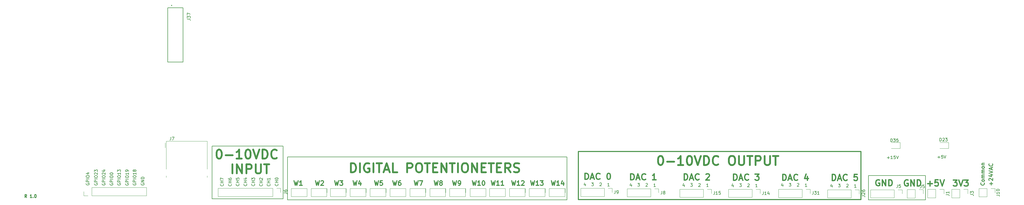
<source format=gbr>
%TF.GenerationSoftware,KiCad,Pcbnew,9.0.7*%
%TF.CreationDate,2026-02-11T10:07:39-06:00*%
%TF.ProjectId,GrizzlySimHW,4772697a-7a6c-4795-9369-6d48572e6b69,rev?*%
%TF.SameCoordinates,Original*%
%TF.FileFunction,Legend,Top*%
%TF.FilePolarity,Positive*%
%FSLAX46Y46*%
G04 Gerber Fmt 4.6, Leading zero omitted, Abs format (unit mm)*
G04 Created by KiCad (PCBNEW 9.0.7) date 2026-02-11 10:07:39*
%MOMM*%
%LPD*%
G01*
G04 APERTURE LIST*
%ADD10C,0.150000*%
%ADD11C,0.300000*%
%ADD12C,0.200000*%
%ADD13C,0.400000*%
%ADD14C,0.600000*%
%ADD15C,0.250000*%
%ADD16C,0.240000*%
%ADD17C,0.260000*%
%ADD18C,0.120000*%
%ADD19C,0.127000*%
G04 APERTURE END LIST*
D10*
X-374645000Y-98495000D02*
X-283375000Y-98495000D01*
X-283375000Y-112505000D01*
X-374645000Y-112505000D01*
X-374645000Y-98495000D01*
D11*
X-279690000Y-96646200D02*
X-187430000Y-96646200D01*
X-187430000Y-112460000D01*
X-279690000Y-112460000D01*
X-279690000Y-96646200D01*
D12*
X-399350000Y-94940000D02*
X-376090000Y-94940000D01*
X-376090000Y-112150000D01*
X-399350000Y-112150000D01*
X-399350000Y-94940000D01*
D10*
X-184980000Y-104553100D02*
X-166330000Y-104553100D01*
X-166330000Y-112525400D01*
X-184980000Y-112525400D01*
X-184980000Y-104553100D01*
X-440382561Y-107099411D02*
X-440430180Y-107194649D01*
X-440430180Y-107194649D02*
X-440430180Y-107337506D01*
X-440430180Y-107337506D02*
X-440382561Y-107480363D01*
X-440382561Y-107480363D02*
X-440287323Y-107575601D01*
X-440287323Y-107575601D02*
X-440192085Y-107623220D01*
X-440192085Y-107623220D02*
X-440001609Y-107670839D01*
X-440001609Y-107670839D02*
X-439858752Y-107670839D01*
X-439858752Y-107670839D02*
X-439668276Y-107623220D01*
X-439668276Y-107623220D02*
X-439573038Y-107575601D01*
X-439573038Y-107575601D02*
X-439477800Y-107480363D01*
X-439477800Y-107480363D02*
X-439430180Y-107337506D01*
X-439430180Y-107337506D02*
X-439430180Y-107242268D01*
X-439430180Y-107242268D02*
X-439477800Y-107099411D01*
X-439477800Y-107099411D02*
X-439525419Y-107051792D01*
X-439525419Y-107051792D02*
X-439858752Y-107051792D01*
X-439858752Y-107051792D02*
X-439858752Y-107242268D01*
X-439430180Y-106623220D02*
X-440430180Y-106623220D01*
X-440430180Y-106623220D02*
X-440430180Y-106242268D01*
X-440430180Y-106242268D02*
X-440382561Y-106147030D01*
X-440382561Y-106147030D02*
X-440334942Y-106099411D01*
X-440334942Y-106099411D02*
X-440239704Y-106051792D01*
X-440239704Y-106051792D02*
X-440096847Y-106051792D01*
X-440096847Y-106051792D02*
X-440001609Y-106099411D01*
X-440001609Y-106099411D02*
X-439953990Y-106147030D01*
X-439953990Y-106147030D02*
X-439906371Y-106242268D01*
X-439906371Y-106242268D02*
X-439906371Y-106623220D01*
X-439430180Y-105623220D02*
X-440430180Y-105623220D01*
X-440430180Y-104956554D02*
X-440430180Y-104766078D01*
X-440430180Y-104766078D02*
X-440382561Y-104670840D01*
X-440382561Y-104670840D02*
X-440287323Y-104575602D01*
X-440287323Y-104575602D02*
X-440096847Y-104527983D01*
X-440096847Y-104527983D02*
X-439763514Y-104527983D01*
X-439763514Y-104527983D02*
X-439573038Y-104575602D01*
X-439573038Y-104575602D02*
X-439477800Y-104670840D01*
X-439477800Y-104670840D02*
X-439430180Y-104766078D01*
X-439430180Y-104766078D02*
X-439430180Y-104956554D01*
X-439430180Y-104956554D02*
X-439477800Y-105051792D01*
X-439477800Y-105051792D02*
X-439573038Y-105147030D01*
X-439573038Y-105147030D02*
X-439763514Y-105194649D01*
X-439763514Y-105194649D02*
X-440096847Y-105194649D01*
X-440096847Y-105194649D02*
X-440287323Y-105147030D01*
X-440287323Y-105147030D02*
X-440382561Y-105051792D01*
X-440382561Y-105051792D02*
X-440430180Y-104956554D01*
X-440096847Y-103670840D02*
X-439430180Y-103670840D01*
X-440477800Y-103908935D02*
X-439763514Y-104147030D01*
X-439763514Y-104147030D02*
X-439763514Y-103527983D01*
X-437682561Y-107149411D02*
X-437730180Y-107244649D01*
X-437730180Y-107244649D02*
X-437730180Y-107387506D01*
X-437730180Y-107387506D02*
X-437682561Y-107530363D01*
X-437682561Y-107530363D02*
X-437587323Y-107625601D01*
X-437587323Y-107625601D02*
X-437492085Y-107673220D01*
X-437492085Y-107673220D02*
X-437301609Y-107720839D01*
X-437301609Y-107720839D02*
X-437158752Y-107720839D01*
X-437158752Y-107720839D02*
X-436968276Y-107673220D01*
X-436968276Y-107673220D02*
X-436873038Y-107625601D01*
X-436873038Y-107625601D02*
X-436777800Y-107530363D01*
X-436777800Y-107530363D02*
X-436730180Y-107387506D01*
X-436730180Y-107387506D02*
X-436730180Y-107292268D01*
X-436730180Y-107292268D02*
X-436777800Y-107149411D01*
X-436777800Y-107149411D02*
X-436825419Y-107101792D01*
X-436825419Y-107101792D02*
X-437158752Y-107101792D01*
X-437158752Y-107101792D02*
X-437158752Y-107292268D01*
X-436730180Y-106673220D02*
X-437730180Y-106673220D01*
X-437730180Y-106673220D02*
X-437730180Y-106292268D01*
X-437730180Y-106292268D02*
X-437682561Y-106197030D01*
X-437682561Y-106197030D02*
X-437634942Y-106149411D01*
X-437634942Y-106149411D02*
X-437539704Y-106101792D01*
X-437539704Y-106101792D02*
X-437396847Y-106101792D01*
X-437396847Y-106101792D02*
X-437301609Y-106149411D01*
X-437301609Y-106149411D02*
X-437253990Y-106197030D01*
X-437253990Y-106197030D02*
X-437206371Y-106292268D01*
X-437206371Y-106292268D02*
X-437206371Y-106673220D01*
X-436730180Y-105673220D02*
X-437730180Y-105673220D01*
X-437730180Y-105006554D02*
X-437730180Y-104816078D01*
X-437730180Y-104816078D02*
X-437682561Y-104720840D01*
X-437682561Y-104720840D02*
X-437587323Y-104625602D01*
X-437587323Y-104625602D02*
X-437396847Y-104577983D01*
X-437396847Y-104577983D02*
X-437063514Y-104577983D01*
X-437063514Y-104577983D02*
X-436873038Y-104625602D01*
X-436873038Y-104625602D02*
X-436777800Y-104720840D01*
X-436777800Y-104720840D02*
X-436730180Y-104816078D01*
X-436730180Y-104816078D02*
X-436730180Y-105006554D01*
X-436730180Y-105006554D02*
X-436777800Y-105101792D01*
X-436777800Y-105101792D02*
X-436873038Y-105197030D01*
X-436873038Y-105197030D02*
X-437063514Y-105244649D01*
X-437063514Y-105244649D02*
X-437396847Y-105244649D01*
X-437396847Y-105244649D02*
X-437587323Y-105197030D01*
X-437587323Y-105197030D02*
X-437682561Y-105101792D01*
X-437682561Y-105101792D02*
X-437730180Y-105006554D01*
X-437634942Y-104197030D02*
X-437682561Y-104149411D01*
X-437682561Y-104149411D02*
X-437730180Y-104054173D01*
X-437730180Y-104054173D02*
X-437730180Y-103816078D01*
X-437730180Y-103816078D02*
X-437682561Y-103720840D01*
X-437682561Y-103720840D02*
X-437634942Y-103673221D01*
X-437634942Y-103673221D02*
X-437539704Y-103625602D01*
X-437539704Y-103625602D02*
X-437444466Y-103625602D01*
X-437444466Y-103625602D02*
X-437301609Y-103673221D01*
X-437301609Y-103673221D02*
X-436730180Y-104244649D01*
X-436730180Y-104244649D02*
X-436730180Y-103625602D01*
X-437730180Y-103292268D02*
X-437730180Y-102673221D01*
X-437730180Y-102673221D02*
X-437349228Y-103006554D01*
X-437349228Y-103006554D02*
X-437349228Y-102863697D01*
X-437349228Y-102863697D02*
X-437301609Y-102768459D01*
X-437301609Y-102768459D02*
X-437253990Y-102720840D01*
X-437253990Y-102720840D02*
X-437158752Y-102673221D01*
X-437158752Y-102673221D02*
X-436920657Y-102673221D01*
X-436920657Y-102673221D02*
X-436825419Y-102720840D01*
X-436825419Y-102720840D02*
X-436777800Y-102768459D01*
X-436777800Y-102768459D02*
X-436730180Y-102863697D01*
X-436730180Y-102863697D02*
X-436730180Y-103149411D01*
X-436730180Y-103149411D02*
X-436777800Y-103244649D01*
X-436777800Y-103244649D02*
X-436825419Y-103292268D01*
X-275358458Y-106919819D02*
X-274739411Y-106919819D01*
X-274739411Y-106919819D02*
X-275072744Y-107300771D01*
X-275072744Y-107300771D02*
X-274929887Y-107300771D01*
X-274929887Y-107300771D02*
X-274834649Y-107348390D01*
X-274834649Y-107348390D02*
X-274787030Y-107396009D01*
X-274787030Y-107396009D02*
X-274739411Y-107491247D01*
X-274739411Y-107491247D02*
X-274739411Y-107729342D01*
X-274739411Y-107729342D02*
X-274787030Y-107824580D01*
X-274787030Y-107824580D02*
X-274834649Y-107872200D01*
X-274834649Y-107872200D02*
X-274929887Y-107919819D01*
X-274929887Y-107919819D02*
X-275215601Y-107919819D01*
X-275215601Y-107919819D02*
X-275310839Y-107872200D01*
X-275310839Y-107872200D02*
X-275358458Y-107824580D01*
X-257660839Y-107215057D02*
X-257613220Y-107167438D01*
X-257613220Y-107167438D02*
X-257517982Y-107119819D01*
X-257517982Y-107119819D02*
X-257279887Y-107119819D01*
X-257279887Y-107119819D02*
X-257184649Y-107167438D01*
X-257184649Y-107167438D02*
X-257137030Y-107215057D01*
X-257137030Y-107215057D02*
X-257089411Y-107310295D01*
X-257089411Y-107310295D02*
X-257089411Y-107405533D01*
X-257089411Y-107405533D02*
X-257137030Y-107548390D01*
X-257137030Y-107548390D02*
X-257708458Y-108119819D01*
X-257708458Y-108119819D02*
X-257089411Y-108119819D01*
D13*
X-212980652Y-106114438D02*
X-212980652Y-104114438D01*
X-212980652Y-104114438D02*
X-212504462Y-104114438D01*
X-212504462Y-104114438D02*
X-212218747Y-104209676D01*
X-212218747Y-104209676D02*
X-212028271Y-104400152D01*
X-212028271Y-104400152D02*
X-211933033Y-104590628D01*
X-211933033Y-104590628D02*
X-211837795Y-104971580D01*
X-211837795Y-104971580D02*
X-211837795Y-105257295D01*
X-211837795Y-105257295D02*
X-211933033Y-105638247D01*
X-211933033Y-105638247D02*
X-212028271Y-105828723D01*
X-212028271Y-105828723D02*
X-212218747Y-106019200D01*
X-212218747Y-106019200D02*
X-212504462Y-106114438D01*
X-212504462Y-106114438D02*
X-212980652Y-106114438D01*
X-211075890Y-105543009D02*
X-210123509Y-105543009D01*
X-211266366Y-106114438D02*
X-210599700Y-104114438D01*
X-210599700Y-104114438D02*
X-209933033Y-106114438D01*
X-208123509Y-105923961D02*
X-208218747Y-106019200D01*
X-208218747Y-106019200D02*
X-208504461Y-106114438D01*
X-208504461Y-106114438D02*
X-208694937Y-106114438D01*
X-208694937Y-106114438D02*
X-208980652Y-106019200D01*
X-208980652Y-106019200D02*
X-209171128Y-105828723D01*
X-209171128Y-105828723D02*
X-209266366Y-105638247D01*
X-209266366Y-105638247D02*
X-209361604Y-105257295D01*
X-209361604Y-105257295D02*
X-209361604Y-104971580D01*
X-209361604Y-104971580D02*
X-209266366Y-104590628D01*
X-209266366Y-104590628D02*
X-209171128Y-104400152D01*
X-209171128Y-104400152D02*
X-208980652Y-104209676D01*
X-208980652Y-104209676D02*
X-208694937Y-104114438D01*
X-208694937Y-104114438D02*
X-208504461Y-104114438D01*
X-208504461Y-104114438D02*
X-208218747Y-104209676D01*
X-208218747Y-104209676D02*
X-208123509Y-104304914D01*
X-204885413Y-104781104D02*
X-204885413Y-106114438D01*
X-205361604Y-104019200D02*
X-205837794Y-105447771D01*
X-205837794Y-105447771D02*
X-204599699Y-105447771D01*
D10*
X-385475419Y-107291792D02*
X-385427800Y-107339411D01*
X-385427800Y-107339411D02*
X-385380180Y-107482268D01*
X-385380180Y-107482268D02*
X-385380180Y-107577506D01*
X-385380180Y-107577506D02*
X-385427800Y-107720363D01*
X-385427800Y-107720363D02*
X-385523038Y-107815601D01*
X-385523038Y-107815601D02*
X-385618276Y-107863220D01*
X-385618276Y-107863220D02*
X-385808752Y-107910839D01*
X-385808752Y-107910839D02*
X-385951609Y-107910839D01*
X-385951609Y-107910839D02*
X-386142085Y-107863220D01*
X-386142085Y-107863220D02*
X-386237323Y-107815601D01*
X-386237323Y-107815601D02*
X-386332561Y-107720363D01*
X-386332561Y-107720363D02*
X-386380180Y-107577506D01*
X-386380180Y-107577506D02*
X-386380180Y-107482268D01*
X-386380180Y-107482268D02*
X-386332561Y-107339411D01*
X-386332561Y-107339411D02*
X-386284942Y-107291792D01*
X-385380180Y-106863220D02*
X-386380180Y-106863220D01*
X-385903990Y-106863220D02*
X-385903990Y-106291792D01*
X-385380180Y-106291792D02*
X-386380180Y-106291792D01*
X-386380180Y-105910839D02*
X-386380180Y-105291792D01*
X-386380180Y-105291792D02*
X-385999228Y-105625125D01*
X-385999228Y-105625125D02*
X-385999228Y-105482268D01*
X-385999228Y-105482268D02*
X-385951609Y-105387030D01*
X-385951609Y-105387030D02*
X-385903990Y-105339411D01*
X-385903990Y-105339411D02*
X-385808752Y-105291792D01*
X-385808752Y-105291792D02*
X-385570657Y-105291792D01*
X-385570657Y-105291792D02*
X-385475419Y-105339411D01*
X-385475419Y-105339411D02*
X-385427800Y-105387030D01*
X-385427800Y-105387030D02*
X-385380180Y-105482268D01*
X-385380180Y-105482268D02*
X-385380180Y-105767982D01*
X-385380180Y-105767982D02*
X-385427800Y-105863220D01*
X-385427800Y-105863220D02*
X-385475419Y-105910839D01*
X-229084649Y-107603152D02*
X-229084649Y-108269819D01*
X-229322744Y-107222200D02*
X-229560839Y-107936485D01*
X-229560839Y-107936485D02*
X-228941792Y-107936485D01*
X-162313220Y-98538866D02*
X-161551316Y-98538866D01*
X-161932268Y-98919819D02*
X-161932268Y-98157914D01*
X-160598935Y-97919819D02*
X-161075125Y-97919819D01*
X-161075125Y-97919819D02*
X-161122744Y-98396009D01*
X-161122744Y-98396009D02*
X-161075125Y-98348390D01*
X-161075125Y-98348390D02*
X-160979887Y-98300771D01*
X-160979887Y-98300771D02*
X-160741792Y-98300771D01*
X-160741792Y-98300771D02*
X-160646554Y-98348390D01*
X-160646554Y-98348390D02*
X-160598935Y-98396009D01*
X-160598935Y-98396009D02*
X-160551316Y-98491247D01*
X-160551316Y-98491247D02*
X-160551316Y-98729342D01*
X-160551316Y-98729342D02*
X-160598935Y-98824580D01*
X-160598935Y-98824580D02*
X-160646554Y-98872200D01*
X-160646554Y-98872200D02*
X-160741792Y-98919819D01*
X-160741792Y-98919819D02*
X-160979887Y-98919819D01*
X-160979887Y-98919819D02*
X-161075125Y-98872200D01*
X-161075125Y-98872200D02*
X-161122744Y-98824580D01*
X-160265601Y-97919819D02*
X-159932268Y-98919819D01*
X-159932268Y-98919819D02*
X-159598935Y-97919819D01*
X-377817219Y-107291792D02*
X-377769600Y-107339411D01*
X-377769600Y-107339411D02*
X-377721980Y-107482268D01*
X-377721980Y-107482268D02*
X-377721980Y-107577506D01*
X-377721980Y-107577506D02*
X-377769600Y-107720363D01*
X-377769600Y-107720363D02*
X-377864838Y-107815601D01*
X-377864838Y-107815601D02*
X-377960076Y-107863220D01*
X-377960076Y-107863220D02*
X-378150552Y-107910839D01*
X-378150552Y-107910839D02*
X-378293409Y-107910839D01*
X-378293409Y-107910839D02*
X-378483885Y-107863220D01*
X-378483885Y-107863220D02*
X-378579123Y-107815601D01*
X-378579123Y-107815601D02*
X-378674361Y-107720363D01*
X-378674361Y-107720363D02*
X-378721980Y-107577506D01*
X-378721980Y-107577506D02*
X-378721980Y-107482268D01*
X-378721980Y-107482268D02*
X-378674361Y-107339411D01*
X-378674361Y-107339411D02*
X-378626742Y-107291792D01*
X-377721980Y-106863220D02*
X-378721980Y-106863220D01*
X-378245790Y-106863220D02*
X-378245790Y-106291792D01*
X-377721980Y-106291792D02*
X-378721980Y-106291792D01*
X-378721980Y-105625125D02*
X-378721980Y-105529887D01*
X-378721980Y-105529887D02*
X-378674361Y-105434649D01*
X-378674361Y-105434649D02*
X-378626742Y-105387030D01*
X-378626742Y-105387030D02*
X-378531504Y-105339411D01*
X-378531504Y-105339411D02*
X-378341028Y-105291792D01*
X-378341028Y-105291792D02*
X-378102933Y-105291792D01*
X-378102933Y-105291792D02*
X-377912457Y-105339411D01*
X-377912457Y-105339411D02*
X-377817219Y-105387030D01*
X-377817219Y-105387030D02*
X-377769600Y-105434649D01*
X-377769600Y-105434649D02*
X-377721980Y-105529887D01*
X-377721980Y-105529887D02*
X-377721980Y-105625125D01*
X-377721980Y-105625125D02*
X-377769600Y-105720363D01*
X-377769600Y-105720363D02*
X-377817219Y-105767982D01*
X-377817219Y-105767982D02*
X-377912457Y-105815601D01*
X-377912457Y-105815601D02*
X-378102933Y-105863220D01*
X-378102933Y-105863220D02*
X-378341028Y-105863220D01*
X-378341028Y-105863220D02*
X-378531504Y-105815601D01*
X-378531504Y-105815601D02*
X-378626742Y-105767982D01*
X-378626742Y-105767982D02*
X-378674361Y-105720363D01*
X-378674361Y-105720363D02*
X-378721980Y-105625125D01*
D13*
X-229030652Y-106044438D02*
X-229030652Y-104044438D01*
X-229030652Y-104044438D02*
X-228554462Y-104044438D01*
X-228554462Y-104044438D02*
X-228268747Y-104139676D01*
X-228268747Y-104139676D02*
X-228078271Y-104330152D01*
X-228078271Y-104330152D02*
X-227983033Y-104520628D01*
X-227983033Y-104520628D02*
X-227887795Y-104901580D01*
X-227887795Y-104901580D02*
X-227887795Y-105187295D01*
X-227887795Y-105187295D02*
X-227983033Y-105568247D01*
X-227983033Y-105568247D02*
X-228078271Y-105758723D01*
X-228078271Y-105758723D02*
X-228268747Y-105949200D01*
X-228268747Y-105949200D02*
X-228554462Y-106044438D01*
X-228554462Y-106044438D02*
X-229030652Y-106044438D01*
X-227125890Y-105473009D02*
X-226173509Y-105473009D01*
X-227316366Y-106044438D02*
X-226649700Y-104044438D01*
X-226649700Y-104044438D02*
X-225983033Y-106044438D01*
X-224173509Y-105853961D02*
X-224268747Y-105949200D01*
X-224268747Y-105949200D02*
X-224554461Y-106044438D01*
X-224554461Y-106044438D02*
X-224744937Y-106044438D01*
X-224744937Y-106044438D02*
X-225030652Y-105949200D01*
X-225030652Y-105949200D02*
X-225221128Y-105758723D01*
X-225221128Y-105758723D02*
X-225316366Y-105568247D01*
X-225316366Y-105568247D02*
X-225411604Y-105187295D01*
X-225411604Y-105187295D02*
X-225411604Y-104901580D01*
X-225411604Y-104901580D02*
X-225316366Y-104520628D01*
X-225316366Y-104520628D02*
X-225221128Y-104330152D01*
X-225221128Y-104330152D02*
X-225030652Y-104139676D01*
X-225030652Y-104139676D02*
X-224744937Y-104044438D01*
X-224744937Y-104044438D02*
X-224554461Y-104044438D01*
X-224554461Y-104044438D02*
X-224268747Y-104139676D01*
X-224268747Y-104139676D02*
X-224173509Y-104234914D01*
X-221983032Y-104044438D02*
X-220744937Y-104044438D01*
X-220744937Y-104044438D02*
X-221411604Y-104806342D01*
X-221411604Y-104806342D02*
X-221125889Y-104806342D01*
X-221125889Y-104806342D02*
X-220935413Y-104901580D01*
X-220935413Y-104901580D02*
X-220840175Y-104996819D01*
X-220840175Y-104996819D02*
X-220744937Y-105187295D01*
X-220744937Y-105187295D02*
X-220744937Y-105663485D01*
X-220744937Y-105663485D02*
X-220840175Y-105853961D01*
X-220840175Y-105853961D02*
X-220935413Y-105949200D01*
X-220935413Y-105949200D02*
X-221125889Y-106044438D01*
X-221125889Y-106044438D02*
X-221697318Y-106044438D01*
X-221697318Y-106044438D02*
X-221887794Y-105949200D01*
X-221887794Y-105949200D02*
X-221983032Y-105853961D01*
D10*
X-260308458Y-107069819D02*
X-259689411Y-107069819D01*
X-259689411Y-107069819D02*
X-260022744Y-107450771D01*
X-260022744Y-107450771D02*
X-259879887Y-107450771D01*
X-259879887Y-107450771D02*
X-259784649Y-107498390D01*
X-259784649Y-107498390D02*
X-259737030Y-107546009D01*
X-259737030Y-107546009D02*
X-259689411Y-107641247D01*
X-259689411Y-107641247D02*
X-259689411Y-107879342D01*
X-259689411Y-107879342D02*
X-259737030Y-107974580D01*
X-259737030Y-107974580D02*
X-259784649Y-108022200D01*
X-259784649Y-108022200D02*
X-259879887Y-108069819D01*
X-259879887Y-108069819D02*
X-260165601Y-108069819D01*
X-260165601Y-108069819D02*
X-260260839Y-108022200D01*
X-260260839Y-108022200D02*
X-260308458Y-107974580D01*
X-212884649Y-107453152D02*
X-212884649Y-108119819D01*
X-213122744Y-107072200D02*
X-213360839Y-107786485D01*
X-213360839Y-107786485D02*
X-212741792Y-107786485D01*
X-422432561Y-107129411D02*
X-422480180Y-107224649D01*
X-422480180Y-107224649D02*
X-422480180Y-107367506D01*
X-422480180Y-107367506D02*
X-422432561Y-107510363D01*
X-422432561Y-107510363D02*
X-422337323Y-107605601D01*
X-422337323Y-107605601D02*
X-422242085Y-107653220D01*
X-422242085Y-107653220D02*
X-422051609Y-107700839D01*
X-422051609Y-107700839D02*
X-421908752Y-107700839D01*
X-421908752Y-107700839D02*
X-421718276Y-107653220D01*
X-421718276Y-107653220D02*
X-421623038Y-107605601D01*
X-421623038Y-107605601D02*
X-421527800Y-107510363D01*
X-421527800Y-107510363D02*
X-421480180Y-107367506D01*
X-421480180Y-107367506D02*
X-421480180Y-107272268D01*
X-421480180Y-107272268D02*
X-421527800Y-107129411D01*
X-421527800Y-107129411D02*
X-421575419Y-107081792D01*
X-421575419Y-107081792D02*
X-421908752Y-107081792D01*
X-421908752Y-107081792D02*
X-421908752Y-107272268D01*
X-421480180Y-106653220D02*
X-422480180Y-106653220D01*
X-422480180Y-106653220D02*
X-421480180Y-106081792D01*
X-421480180Y-106081792D02*
X-422480180Y-106081792D01*
X-421480180Y-105605601D02*
X-422480180Y-105605601D01*
X-422480180Y-105605601D02*
X-422480180Y-105367506D01*
X-422480180Y-105367506D02*
X-422432561Y-105224649D01*
X-422432561Y-105224649D02*
X-422337323Y-105129411D01*
X-422337323Y-105129411D02*
X-422242085Y-105081792D01*
X-422242085Y-105081792D02*
X-422051609Y-105034173D01*
X-422051609Y-105034173D02*
X-421908752Y-105034173D01*
X-421908752Y-105034173D02*
X-421718276Y-105081792D01*
X-421718276Y-105081792D02*
X-421623038Y-105129411D01*
X-421623038Y-105129411D02*
X-421527800Y-105224649D01*
X-421527800Y-105224649D02*
X-421480180Y-105367506D01*
X-421480180Y-105367506D02*
X-421480180Y-105605601D01*
X-425082561Y-107129411D02*
X-425130180Y-107224649D01*
X-425130180Y-107224649D02*
X-425130180Y-107367506D01*
X-425130180Y-107367506D02*
X-425082561Y-107510363D01*
X-425082561Y-107510363D02*
X-424987323Y-107605601D01*
X-424987323Y-107605601D02*
X-424892085Y-107653220D01*
X-424892085Y-107653220D02*
X-424701609Y-107700839D01*
X-424701609Y-107700839D02*
X-424558752Y-107700839D01*
X-424558752Y-107700839D02*
X-424368276Y-107653220D01*
X-424368276Y-107653220D02*
X-424273038Y-107605601D01*
X-424273038Y-107605601D02*
X-424177800Y-107510363D01*
X-424177800Y-107510363D02*
X-424130180Y-107367506D01*
X-424130180Y-107367506D02*
X-424130180Y-107272268D01*
X-424130180Y-107272268D02*
X-424177800Y-107129411D01*
X-424177800Y-107129411D02*
X-424225419Y-107081792D01*
X-424225419Y-107081792D02*
X-424558752Y-107081792D01*
X-424558752Y-107081792D02*
X-424558752Y-107272268D01*
X-424130180Y-106653220D02*
X-425130180Y-106653220D01*
X-425130180Y-106653220D02*
X-425130180Y-106272268D01*
X-425130180Y-106272268D02*
X-425082561Y-106177030D01*
X-425082561Y-106177030D02*
X-425034942Y-106129411D01*
X-425034942Y-106129411D02*
X-424939704Y-106081792D01*
X-424939704Y-106081792D02*
X-424796847Y-106081792D01*
X-424796847Y-106081792D02*
X-424701609Y-106129411D01*
X-424701609Y-106129411D02*
X-424653990Y-106177030D01*
X-424653990Y-106177030D02*
X-424606371Y-106272268D01*
X-424606371Y-106272268D02*
X-424606371Y-106653220D01*
X-424130180Y-105653220D02*
X-425130180Y-105653220D01*
X-425130180Y-104986554D02*
X-425130180Y-104796078D01*
X-425130180Y-104796078D02*
X-425082561Y-104700840D01*
X-425082561Y-104700840D02*
X-424987323Y-104605602D01*
X-424987323Y-104605602D02*
X-424796847Y-104557983D01*
X-424796847Y-104557983D02*
X-424463514Y-104557983D01*
X-424463514Y-104557983D02*
X-424273038Y-104605602D01*
X-424273038Y-104605602D02*
X-424177800Y-104700840D01*
X-424177800Y-104700840D02*
X-424130180Y-104796078D01*
X-424130180Y-104796078D02*
X-424130180Y-104986554D01*
X-424130180Y-104986554D02*
X-424177800Y-105081792D01*
X-424177800Y-105081792D02*
X-424273038Y-105177030D01*
X-424273038Y-105177030D02*
X-424463514Y-105224649D01*
X-424463514Y-105224649D02*
X-424796847Y-105224649D01*
X-424796847Y-105224649D02*
X-424987323Y-105177030D01*
X-424987323Y-105177030D02*
X-425082561Y-105081792D01*
X-425082561Y-105081792D02*
X-425130180Y-104986554D01*
X-424130180Y-103605602D02*
X-424130180Y-104177030D01*
X-424130180Y-103891316D02*
X-425130180Y-103891316D01*
X-425130180Y-103891316D02*
X-424987323Y-103986554D01*
X-424987323Y-103986554D02*
X-424892085Y-104081792D01*
X-424892085Y-104081792D02*
X-424844466Y-104177030D01*
X-424701609Y-103034173D02*
X-424749228Y-103129411D01*
X-424749228Y-103129411D02*
X-424796847Y-103177030D01*
X-424796847Y-103177030D02*
X-424892085Y-103224649D01*
X-424892085Y-103224649D02*
X-424939704Y-103224649D01*
X-424939704Y-103224649D02*
X-425034942Y-103177030D01*
X-425034942Y-103177030D02*
X-425082561Y-103129411D01*
X-425082561Y-103129411D02*
X-425130180Y-103034173D01*
X-425130180Y-103034173D02*
X-425130180Y-102843697D01*
X-425130180Y-102843697D02*
X-425082561Y-102748459D01*
X-425082561Y-102748459D02*
X-425034942Y-102700840D01*
X-425034942Y-102700840D02*
X-424939704Y-102653221D01*
X-424939704Y-102653221D02*
X-424892085Y-102653221D01*
X-424892085Y-102653221D02*
X-424796847Y-102700840D01*
X-424796847Y-102700840D02*
X-424749228Y-102748459D01*
X-424749228Y-102748459D02*
X-424701609Y-102843697D01*
X-424701609Y-102843697D02*
X-424701609Y-103034173D01*
X-424701609Y-103034173D02*
X-424653990Y-103129411D01*
X-424653990Y-103129411D02*
X-424606371Y-103177030D01*
X-424606371Y-103177030D02*
X-424511133Y-103224649D01*
X-424511133Y-103224649D02*
X-424320657Y-103224649D01*
X-424320657Y-103224649D02*
X-424225419Y-103177030D01*
X-424225419Y-103177030D02*
X-424177800Y-103129411D01*
X-424177800Y-103129411D02*
X-424130180Y-103034173D01*
X-424130180Y-103034173D02*
X-424130180Y-102843697D01*
X-424130180Y-102843697D02*
X-424177800Y-102748459D01*
X-424177800Y-102748459D02*
X-424225419Y-102700840D01*
X-424225419Y-102700840D02*
X-424320657Y-102653221D01*
X-424320657Y-102653221D02*
X-424511133Y-102653221D01*
X-424511133Y-102653221D02*
X-424606371Y-102700840D01*
X-424606371Y-102700840D02*
X-424653990Y-102748459D01*
X-424653990Y-102748459D02*
X-424701609Y-102843697D01*
D13*
X-196830652Y-106144438D02*
X-196830652Y-104144438D01*
X-196830652Y-104144438D02*
X-196354462Y-104144438D01*
X-196354462Y-104144438D02*
X-196068747Y-104239676D01*
X-196068747Y-104239676D02*
X-195878271Y-104430152D01*
X-195878271Y-104430152D02*
X-195783033Y-104620628D01*
X-195783033Y-104620628D02*
X-195687795Y-105001580D01*
X-195687795Y-105001580D02*
X-195687795Y-105287295D01*
X-195687795Y-105287295D02*
X-195783033Y-105668247D01*
X-195783033Y-105668247D02*
X-195878271Y-105858723D01*
X-195878271Y-105858723D02*
X-196068747Y-106049200D01*
X-196068747Y-106049200D02*
X-196354462Y-106144438D01*
X-196354462Y-106144438D02*
X-196830652Y-106144438D01*
X-194925890Y-105573009D02*
X-193973509Y-105573009D01*
X-195116366Y-106144438D02*
X-194449700Y-104144438D01*
X-194449700Y-104144438D02*
X-193783033Y-106144438D01*
X-191973509Y-105953961D02*
X-192068747Y-106049200D01*
X-192068747Y-106049200D02*
X-192354461Y-106144438D01*
X-192354461Y-106144438D02*
X-192544937Y-106144438D01*
X-192544937Y-106144438D02*
X-192830652Y-106049200D01*
X-192830652Y-106049200D02*
X-193021128Y-105858723D01*
X-193021128Y-105858723D02*
X-193116366Y-105668247D01*
X-193116366Y-105668247D02*
X-193211604Y-105287295D01*
X-193211604Y-105287295D02*
X-193211604Y-105001580D01*
X-193211604Y-105001580D02*
X-193116366Y-104620628D01*
X-193116366Y-104620628D02*
X-193021128Y-104430152D01*
X-193021128Y-104430152D02*
X-192830652Y-104239676D01*
X-192830652Y-104239676D02*
X-192544937Y-104144438D01*
X-192544937Y-104144438D02*
X-192354461Y-104144438D01*
X-192354461Y-104144438D02*
X-192068747Y-104239676D01*
X-192068747Y-104239676D02*
X-191973509Y-104334914D01*
X-188640175Y-104144438D02*
X-189592556Y-104144438D01*
X-189592556Y-104144438D02*
X-189687794Y-105096819D01*
X-189687794Y-105096819D02*
X-189592556Y-105001580D01*
X-189592556Y-105001580D02*
X-189402080Y-104906342D01*
X-189402080Y-104906342D02*
X-188925889Y-104906342D01*
X-188925889Y-104906342D02*
X-188735413Y-105001580D01*
X-188735413Y-105001580D02*
X-188640175Y-105096819D01*
X-188640175Y-105096819D02*
X-188544937Y-105287295D01*
X-188544937Y-105287295D02*
X-188544937Y-105763485D01*
X-188544937Y-105763485D02*
X-188640175Y-105953961D01*
X-188640175Y-105953961D02*
X-188735413Y-106049200D01*
X-188735413Y-106049200D02*
X-188925889Y-106144438D01*
X-188925889Y-106144438D02*
X-189402080Y-106144438D01*
X-189402080Y-106144438D02*
X-189592556Y-106049200D01*
X-189592556Y-106049200D02*
X-189687794Y-105953961D01*
D10*
X-254489411Y-108169819D02*
X-255060839Y-108169819D01*
X-254775125Y-108169819D02*
X-254775125Y-107169819D01*
X-254775125Y-107169819D02*
X-254870363Y-107312676D01*
X-254870363Y-107312676D02*
X-254965601Y-107407914D01*
X-254965601Y-107407914D02*
X-255060839Y-107455533D01*
X-221239411Y-108319819D02*
X-221810839Y-108319819D01*
X-221525125Y-108319819D02*
X-221525125Y-107319819D01*
X-221525125Y-107319819D02*
X-221620363Y-107462676D01*
X-221620363Y-107462676D02*
X-221715601Y-107557914D01*
X-221715601Y-107557914D02*
X-221810839Y-107605533D01*
X-262334649Y-107453152D02*
X-262334649Y-108119819D01*
X-262572744Y-107072200D02*
X-262810839Y-107786485D01*
X-262810839Y-107786485D02*
X-262191792Y-107786485D01*
X-269539411Y-108019819D02*
X-270110839Y-108019819D01*
X-269825125Y-108019819D02*
X-269825125Y-107019819D01*
X-269825125Y-107019819D02*
X-269920363Y-107162676D01*
X-269920363Y-107162676D02*
X-270015601Y-107257914D01*
X-270015601Y-107257914D02*
X-270110839Y-107305533D01*
X-427532561Y-107179411D02*
X-427580180Y-107274649D01*
X-427580180Y-107274649D02*
X-427580180Y-107417506D01*
X-427580180Y-107417506D02*
X-427532561Y-107560363D01*
X-427532561Y-107560363D02*
X-427437323Y-107655601D01*
X-427437323Y-107655601D02*
X-427342085Y-107703220D01*
X-427342085Y-107703220D02*
X-427151609Y-107750839D01*
X-427151609Y-107750839D02*
X-427008752Y-107750839D01*
X-427008752Y-107750839D02*
X-426818276Y-107703220D01*
X-426818276Y-107703220D02*
X-426723038Y-107655601D01*
X-426723038Y-107655601D02*
X-426627800Y-107560363D01*
X-426627800Y-107560363D02*
X-426580180Y-107417506D01*
X-426580180Y-107417506D02*
X-426580180Y-107322268D01*
X-426580180Y-107322268D02*
X-426627800Y-107179411D01*
X-426627800Y-107179411D02*
X-426675419Y-107131792D01*
X-426675419Y-107131792D02*
X-427008752Y-107131792D01*
X-427008752Y-107131792D02*
X-427008752Y-107322268D01*
X-426580180Y-106703220D02*
X-427580180Y-106703220D01*
X-427580180Y-106703220D02*
X-427580180Y-106322268D01*
X-427580180Y-106322268D02*
X-427532561Y-106227030D01*
X-427532561Y-106227030D02*
X-427484942Y-106179411D01*
X-427484942Y-106179411D02*
X-427389704Y-106131792D01*
X-427389704Y-106131792D02*
X-427246847Y-106131792D01*
X-427246847Y-106131792D02*
X-427151609Y-106179411D01*
X-427151609Y-106179411D02*
X-427103990Y-106227030D01*
X-427103990Y-106227030D02*
X-427056371Y-106322268D01*
X-427056371Y-106322268D02*
X-427056371Y-106703220D01*
X-426580180Y-105703220D02*
X-427580180Y-105703220D01*
X-427580180Y-105036554D02*
X-427580180Y-104846078D01*
X-427580180Y-104846078D02*
X-427532561Y-104750840D01*
X-427532561Y-104750840D02*
X-427437323Y-104655602D01*
X-427437323Y-104655602D02*
X-427246847Y-104607983D01*
X-427246847Y-104607983D02*
X-426913514Y-104607983D01*
X-426913514Y-104607983D02*
X-426723038Y-104655602D01*
X-426723038Y-104655602D02*
X-426627800Y-104750840D01*
X-426627800Y-104750840D02*
X-426580180Y-104846078D01*
X-426580180Y-104846078D02*
X-426580180Y-105036554D01*
X-426580180Y-105036554D02*
X-426627800Y-105131792D01*
X-426627800Y-105131792D02*
X-426723038Y-105227030D01*
X-426723038Y-105227030D02*
X-426913514Y-105274649D01*
X-426913514Y-105274649D02*
X-427246847Y-105274649D01*
X-427246847Y-105274649D02*
X-427437323Y-105227030D01*
X-427437323Y-105227030D02*
X-427532561Y-105131792D01*
X-427532561Y-105131792D02*
X-427580180Y-105036554D01*
X-426580180Y-103655602D02*
X-426580180Y-104227030D01*
X-426580180Y-103941316D02*
X-427580180Y-103941316D01*
X-427580180Y-103941316D02*
X-427437323Y-104036554D01*
X-427437323Y-104036554D02*
X-427342085Y-104131792D01*
X-427342085Y-104131792D02*
X-427294466Y-104227030D01*
X-426580180Y-103179411D02*
X-426580180Y-102988935D01*
X-426580180Y-102988935D02*
X-426627800Y-102893697D01*
X-426627800Y-102893697D02*
X-426675419Y-102846078D01*
X-426675419Y-102846078D02*
X-426818276Y-102750840D01*
X-426818276Y-102750840D02*
X-427008752Y-102703221D01*
X-427008752Y-102703221D02*
X-427389704Y-102703221D01*
X-427389704Y-102703221D02*
X-427484942Y-102750840D01*
X-427484942Y-102750840D02*
X-427532561Y-102798459D01*
X-427532561Y-102798459D02*
X-427580180Y-102893697D01*
X-427580180Y-102893697D02*
X-427580180Y-103084173D01*
X-427580180Y-103084173D02*
X-427532561Y-103179411D01*
X-427532561Y-103179411D02*
X-427484942Y-103227030D01*
X-427484942Y-103227030D02*
X-427389704Y-103274649D01*
X-427389704Y-103274649D02*
X-427151609Y-103274649D01*
X-427151609Y-103274649D02*
X-427056371Y-103227030D01*
X-427056371Y-103227030D02*
X-427008752Y-103179411D01*
X-427008752Y-103179411D02*
X-426961133Y-103084173D01*
X-426961133Y-103084173D02*
X-426961133Y-102893697D01*
X-426961133Y-102893697D02*
X-427008752Y-102798459D01*
X-427008752Y-102798459D02*
X-427056371Y-102750840D01*
X-427056371Y-102750840D02*
X-427151609Y-102703221D01*
X-393075419Y-107341792D02*
X-393027800Y-107389411D01*
X-393027800Y-107389411D02*
X-392980180Y-107532268D01*
X-392980180Y-107532268D02*
X-392980180Y-107627506D01*
X-392980180Y-107627506D02*
X-393027800Y-107770363D01*
X-393027800Y-107770363D02*
X-393123038Y-107865601D01*
X-393123038Y-107865601D02*
X-393218276Y-107913220D01*
X-393218276Y-107913220D02*
X-393408752Y-107960839D01*
X-393408752Y-107960839D02*
X-393551609Y-107960839D01*
X-393551609Y-107960839D02*
X-393742085Y-107913220D01*
X-393742085Y-107913220D02*
X-393837323Y-107865601D01*
X-393837323Y-107865601D02*
X-393932561Y-107770363D01*
X-393932561Y-107770363D02*
X-393980180Y-107627506D01*
X-393980180Y-107627506D02*
X-393980180Y-107532268D01*
X-393980180Y-107532268D02*
X-393932561Y-107389411D01*
X-393932561Y-107389411D02*
X-393884942Y-107341792D01*
X-392980180Y-106913220D02*
X-393980180Y-106913220D01*
X-393503990Y-106913220D02*
X-393503990Y-106341792D01*
X-392980180Y-106341792D02*
X-393980180Y-106341792D01*
X-393980180Y-105437030D02*
X-393980180Y-105627506D01*
X-393980180Y-105627506D02*
X-393932561Y-105722744D01*
X-393932561Y-105722744D02*
X-393884942Y-105770363D01*
X-393884942Y-105770363D02*
X-393742085Y-105865601D01*
X-393742085Y-105865601D02*
X-393551609Y-105913220D01*
X-393551609Y-105913220D02*
X-393170657Y-105913220D01*
X-393170657Y-105913220D02*
X-393075419Y-105865601D01*
X-393075419Y-105865601D02*
X-393027800Y-105817982D01*
X-393027800Y-105817982D02*
X-392980180Y-105722744D01*
X-392980180Y-105722744D02*
X-392980180Y-105532268D01*
X-392980180Y-105532268D02*
X-393027800Y-105437030D01*
X-393027800Y-105437030D02*
X-393075419Y-105389411D01*
X-393075419Y-105389411D02*
X-393170657Y-105341792D01*
X-393170657Y-105341792D02*
X-393408752Y-105341792D01*
X-393408752Y-105341792D02*
X-393503990Y-105389411D01*
X-393503990Y-105389411D02*
X-393551609Y-105437030D01*
X-393551609Y-105437030D02*
X-393599228Y-105532268D01*
X-393599228Y-105532268D02*
X-393599228Y-105722744D01*
X-393599228Y-105722744D02*
X-393551609Y-105817982D01*
X-393551609Y-105817982D02*
X-393503990Y-105865601D01*
X-393503990Y-105865601D02*
X-393408752Y-105913220D01*
D14*
X-397195714Y-95991825D02*
X-396910000Y-95991825D01*
X-396910000Y-95991825D02*
X-396624286Y-96134682D01*
X-396624286Y-96134682D02*
X-396481429Y-96277539D01*
X-396481429Y-96277539D02*
X-396338571Y-96563253D01*
X-396338571Y-96563253D02*
X-396195714Y-97134682D01*
X-396195714Y-97134682D02*
X-396195714Y-97848968D01*
X-396195714Y-97848968D02*
X-396338571Y-98420396D01*
X-396338571Y-98420396D02*
X-396481429Y-98706110D01*
X-396481429Y-98706110D02*
X-396624286Y-98848968D01*
X-396624286Y-98848968D02*
X-396910000Y-98991825D01*
X-396910000Y-98991825D02*
X-397195714Y-98991825D01*
X-397195714Y-98991825D02*
X-397481429Y-98848968D01*
X-397481429Y-98848968D02*
X-397624286Y-98706110D01*
X-397624286Y-98706110D02*
X-397767143Y-98420396D01*
X-397767143Y-98420396D02*
X-397910000Y-97848968D01*
X-397910000Y-97848968D02*
X-397910000Y-97134682D01*
X-397910000Y-97134682D02*
X-397767143Y-96563253D01*
X-397767143Y-96563253D02*
X-397624286Y-96277539D01*
X-397624286Y-96277539D02*
X-397481429Y-96134682D01*
X-397481429Y-96134682D02*
X-397195714Y-95991825D01*
X-394910000Y-97848968D02*
X-392624286Y-97848968D01*
X-389624285Y-98991825D02*
X-391338571Y-98991825D01*
X-390481428Y-98991825D02*
X-390481428Y-95991825D01*
X-390481428Y-95991825D02*
X-390767142Y-96420396D01*
X-390767142Y-96420396D02*
X-391052857Y-96706110D01*
X-391052857Y-96706110D02*
X-391338571Y-96848968D01*
X-387767142Y-95991825D02*
X-387481428Y-95991825D01*
X-387481428Y-95991825D02*
X-387195714Y-96134682D01*
X-387195714Y-96134682D02*
X-387052857Y-96277539D01*
X-387052857Y-96277539D02*
X-386909999Y-96563253D01*
X-386909999Y-96563253D02*
X-386767142Y-97134682D01*
X-386767142Y-97134682D02*
X-386767142Y-97848968D01*
X-386767142Y-97848968D02*
X-386909999Y-98420396D01*
X-386909999Y-98420396D02*
X-387052857Y-98706110D01*
X-387052857Y-98706110D02*
X-387195714Y-98848968D01*
X-387195714Y-98848968D02*
X-387481428Y-98991825D01*
X-387481428Y-98991825D02*
X-387767142Y-98991825D01*
X-387767142Y-98991825D02*
X-388052857Y-98848968D01*
X-388052857Y-98848968D02*
X-388195714Y-98706110D01*
X-388195714Y-98706110D02*
X-388338571Y-98420396D01*
X-388338571Y-98420396D02*
X-388481428Y-97848968D01*
X-388481428Y-97848968D02*
X-388481428Y-97134682D01*
X-388481428Y-97134682D02*
X-388338571Y-96563253D01*
X-388338571Y-96563253D02*
X-388195714Y-96277539D01*
X-388195714Y-96277539D02*
X-388052857Y-96134682D01*
X-388052857Y-96134682D02*
X-387767142Y-95991825D01*
X-385909999Y-95991825D02*
X-384909999Y-98991825D01*
X-384909999Y-98991825D02*
X-383909999Y-95991825D01*
X-382909999Y-98991825D02*
X-382909999Y-95991825D01*
X-382909999Y-95991825D02*
X-382195713Y-95991825D01*
X-382195713Y-95991825D02*
X-381767142Y-96134682D01*
X-381767142Y-96134682D02*
X-381481427Y-96420396D01*
X-381481427Y-96420396D02*
X-381338570Y-96706110D01*
X-381338570Y-96706110D02*
X-381195713Y-97277539D01*
X-381195713Y-97277539D02*
X-381195713Y-97706110D01*
X-381195713Y-97706110D02*
X-381338570Y-98277539D01*
X-381338570Y-98277539D02*
X-381481427Y-98563253D01*
X-381481427Y-98563253D02*
X-381767142Y-98848968D01*
X-381767142Y-98848968D02*
X-382195713Y-98991825D01*
X-382195713Y-98991825D02*
X-382909999Y-98991825D01*
X-378195713Y-98706110D02*
X-378338570Y-98848968D01*
X-378338570Y-98848968D02*
X-378767142Y-98991825D01*
X-378767142Y-98991825D02*
X-379052856Y-98991825D01*
X-379052856Y-98991825D02*
X-379481427Y-98848968D01*
X-379481427Y-98848968D02*
X-379767142Y-98563253D01*
X-379767142Y-98563253D02*
X-379909999Y-98277539D01*
X-379909999Y-98277539D02*
X-380052856Y-97706110D01*
X-380052856Y-97706110D02*
X-380052856Y-97277539D01*
X-380052856Y-97277539D02*
X-379909999Y-96706110D01*
X-379909999Y-96706110D02*
X-379767142Y-96420396D01*
X-379767142Y-96420396D02*
X-379481427Y-96134682D01*
X-379481427Y-96134682D02*
X-379052856Y-95991825D01*
X-379052856Y-95991825D02*
X-378767142Y-95991825D01*
X-378767142Y-95991825D02*
X-378338570Y-96134682D01*
X-378338570Y-96134682D02*
X-378195713Y-96277539D01*
X-392695713Y-103821657D02*
X-392695713Y-100821657D01*
X-391267142Y-103821657D02*
X-391267142Y-100821657D01*
X-391267142Y-100821657D02*
X-389552856Y-103821657D01*
X-389552856Y-103821657D02*
X-389552856Y-100821657D01*
X-388124285Y-103821657D02*
X-388124285Y-100821657D01*
X-388124285Y-100821657D02*
X-386981428Y-100821657D01*
X-386981428Y-100821657D02*
X-386695713Y-100964514D01*
X-386695713Y-100964514D02*
X-386552856Y-101107371D01*
X-386552856Y-101107371D02*
X-386409999Y-101393085D01*
X-386409999Y-101393085D02*
X-386409999Y-101821657D01*
X-386409999Y-101821657D02*
X-386552856Y-102107371D01*
X-386552856Y-102107371D02*
X-386695713Y-102250228D01*
X-386695713Y-102250228D02*
X-386981428Y-102393085D01*
X-386981428Y-102393085D02*
X-388124285Y-102393085D01*
X-385124285Y-100821657D02*
X-385124285Y-103250228D01*
X-385124285Y-103250228D02*
X-384981428Y-103535942D01*
X-384981428Y-103535942D02*
X-384838571Y-103678800D01*
X-384838571Y-103678800D02*
X-384552856Y-103821657D01*
X-384552856Y-103821657D02*
X-383981428Y-103821657D01*
X-383981428Y-103821657D02*
X-383695713Y-103678800D01*
X-383695713Y-103678800D02*
X-383552856Y-103535942D01*
X-383552856Y-103535942D02*
X-383409999Y-103250228D01*
X-383409999Y-103250228D02*
X-383409999Y-100821657D01*
X-382409999Y-100821657D02*
X-380695714Y-100821657D01*
X-381552856Y-103821657D02*
X-381552856Y-100821657D01*
D10*
X-380425419Y-107341792D02*
X-380377800Y-107389411D01*
X-380377800Y-107389411D02*
X-380330180Y-107532268D01*
X-380330180Y-107532268D02*
X-380330180Y-107627506D01*
X-380330180Y-107627506D02*
X-380377800Y-107770363D01*
X-380377800Y-107770363D02*
X-380473038Y-107865601D01*
X-380473038Y-107865601D02*
X-380568276Y-107913220D01*
X-380568276Y-107913220D02*
X-380758752Y-107960839D01*
X-380758752Y-107960839D02*
X-380901609Y-107960839D01*
X-380901609Y-107960839D02*
X-381092085Y-107913220D01*
X-381092085Y-107913220D02*
X-381187323Y-107865601D01*
X-381187323Y-107865601D02*
X-381282561Y-107770363D01*
X-381282561Y-107770363D02*
X-381330180Y-107627506D01*
X-381330180Y-107627506D02*
X-381330180Y-107532268D01*
X-381330180Y-107532268D02*
X-381282561Y-107389411D01*
X-381282561Y-107389411D02*
X-381234942Y-107341792D01*
X-380330180Y-106913220D02*
X-381330180Y-106913220D01*
X-380853990Y-106913220D02*
X-380853990Y-106341792D01*
X-380330180Y-106341792D02*
X-381330180Y-106341792D01*
X-380330180Y-105341792D02*
X-380330180Y-105913220D01*
X-380330180Y-105627506D02*
X-381330180Y-105627506D01*
X-381330180Y-105627506D02*
X-381187323Y-105722744D01*
X-381187323Y-105722744D02*
X-381092085Y-105817982D01*
X-381092085Y-105817982D02*
X-381044466Y-105913220D01*
D13*
X-277550652Y-105774438D02*
X-277550652Y-103774438D01*
X-277550652Y-103774438D02*
X-277074462Y-103774438D01*
X-277074462Y-103774438D02*
X-276788747Y-103869676D01*
X-276788747Y-103869676D02*
X-276598271Y-104060152D01*
X-276598271Y-104060152D02*
X-276503033Y-104250628D01*
X-276503033Y-104250628D02*
X-276407795Y-104631580D01*
X-276407795Y-104631580D02*
X-276407795Y-104917295D01*
X-276407795Y-104917295D02*
X-276503033Y-105298247D01*
X-276503033Y-105298247D02*
X-276598271Y-105488723D01*
X-276598271Y-105488723D02*
X-276788747Y-105679200D01*
X-276788747Y-105679200D02*
X-277074462Y-105774438D01*
X-277074462Y-105774438D02*
X-277550652Y-105774438D01*
X-275645890Y-105203009D02*
X-274693509Y-105203009D01*
X-275836366Y-105774438D02*
X-275169700Y-103774438D01*
X-275169700Y-103774438D02*
X-274503033Y-105774438D01*
X-272693509Y-105583961D02*
X-272788747Y-105679200D01*
X-272788747Y-105679200D02*
X-273074461Y-105774438D01*
X-273074461Y-105774438D02*
X-273264937Y-105774438D01*
X-273264937Y-105774438D02*
X-273550652Y-105679200D01*
X-273550652Y-105679200D02*
X-273741128Y-105488723D01*
X-273741128Y-105488723D02*
X-273836366Y-105298247D01*
X-273836366Y-105298247D02*
X-273931604Y-104917295D01*
X-273931604Y-104917295D02*
X-273931604Y-104631580D01*
X-273931604Y-104631580D02*
X-273836366Y-104250628D01*
X-273836366Y-104250628D02*
X-273741128Y-104060152D01*
X-273741128Y-104060152D02*
X-273550652Y-103869676D01*
X-273550652Y-103869676D02*
X-273264937Y-103774438D01*
X-273264937Y-103774438D02*
X-273074461Y-103774438D01*
X-273074461Y-103774438D02*
X-272788747Y-103869676D01*
X-272788747Y-103869676D02*
X-272693509Y-103964914D01*
X-269931604Y-103774438D02*
X-269741127Y-103774438D01*
X-269741127Y-103774438D02*
X-269550651Y-103869676D01*
X-269550651Y-103869676D02*
X-269455413Y-103964914D01*
X-269455413Y-103964914D02*
X-269360175Y-104155390D01*
X-269360175Y-104155390D02*
X-269264937Y-104536342D01*
X-269264937Y-104536342D02*
X-269264937Y-105012533D01*
X-269264937Y-105012533D02*
X-269360175Y-105393485D01*
X-269360175Y-105393485D02*
X-269455413Y-105583961D01*
X-269455413Y-105583961D02*
X-269550651Y-105679200D01*
X-269550651Y-105679200D02*
X-269741127Y-105774438D01*
X-269741127Y-105774438D02*
X-269931604Y-105774438D01*
X-269931604Y-105774438D02*
X-270122080Y-105679200D01*
X-270122080Y-105679200D02*
X-270217318Y-105583961D01*
X-270217318Y-105583961D02*
X-270312556Y-105393485D01*
X-270312556Y-105393485D02*
X-270407794Y-105012533D01*
X-270407794Y-105012533D02*
X-270407794Y-104536342D01*
X-270407794Y-104536342D02*
X-270312556Y-104155390D01*
X-270312556Y-104155390D02*
X-270217318Y-103964914D01*
X-270217318Y-103964914D02*
X-270122080Y-103869676D01*
X-270122080Y-103869676D02*
X-269931604Y-103774438D01*
X-262640652Y-105924438D02*
X-262640652Y-103924438D01*
X-262640652Y-103924438D02*
X-262164462Y-103924438D01*
X-262164462Y-103924438D02*
X-261878747Y-104019676D01*
X-261878747Y-104019676D02*
X-261688271Y-104210152D01*
X-261688271Y-104210152D02*
X-261593033Y-104400628D01*
X-261593033Y-104400628D02*
X-261497795Y-104781580D01*
X-261497795Y-104781580D02*
X-261497795Y-105067295D01*
X-261497795Y-105067295D02*
X-261593033Y-105448247D01*
X-261593033Y-105448247D02*
X-261688271Y-105638723D01*
X-261688271Y-105638723D02*
X-261878747Y-105829200D01*
X-261878747Y-105829200D02*
X-262164462Y-105924438D01*
X-262164462Y-105924438D02*
X-262640652Y-105924438D01*
X-260735890Y-105353009D02*
X-259783509Y-105353009D01*
X-260926366Y-105924438D02*
X-260259700Y-103924438D01*
X-260259700Y-103924438D02*
X-259593033Y-105924438D01*
X-257783509Y-105733961D02*
X-257878747Y-105829200D01*
X-257878747Y-105829200D02*
X-258164461Y-105924438D01*
X-258164461Y-105924438D02*
X-258354937Y-105924438D01*
X-258354937Y-105924438D02*
X-258640652Y-105829200D01*
X-258640652Y-105829200D02*
X-258831128Y-105638723D01*
X-258831128Y-105638723D02*
X-258926366Y-105448247D01*
X-258926366Y-105448247D02*
X-259021604Y-105067295D01*
X-259021604Y-105067295D02*
X-259021604Y-104781580D01*
X-259021604Y-104781580D02*
X-258926366Y-104400628D01*
X-258926366Y-104400628D02*
X-258831128Y-104210152D01*
X-258831128Y-104210152D02*
X-258640652Y-104019676D01*
X-258640652Y-104019676D02*
X-258354937Y-103924438D01*
X-258354937Y-103924438D02*
X-258164461Y-103924438D01*
X-258164461Y-103924438D02*
X-257878747Y-104019676D01*
X-257878747Y-104019676D02*
X-257783509Y-104114914D01*
X-254354937Y-105924438D02*
X-255497794Y-105924438D01*
X-254926366Y-105924438D02*
X-254926366Y-103924438D01*
X-254926366Y-103924438D02*
X-255116842Y-104210152D01*
X-255116842Y-104210152D02*
X-255307318Y-104400628D01*
X-255307318Y-104400628D02*
X-255497794Y-104495866D01*
X-181423033Y-105979676D02*
X-181613509Y-105884438D01*
X-181613509Y-105884438D02*
X-181899223Y-105884438D01*
X-181899223Y-105884438D02*
X-182184938Y-105979676D01*
X-182184938Y-105979676D02*
X-182375414Y-106170152D01*
X-182375414Y-106170152D02*
X-182470652Y-106360628D01*
X-182470652Y-106360628D02*
X-182565890Y-106741580D01*
X-182565890Y-106741580D02*
X-182565890Y-107027295D01*
X-182565890Y-107027295D02*
X-182470652Y-107408247D01*
X-182470652Y-107408247D02*
X-182375414Y-107598723D01*
X-182375414Y-107598723D02*
X-182184938Y-107789200D01*
X-182184938Y-107789200D02*
X-181899223Y-107884438D01*
X-181899223Y-107884438D02*
X-181708747Y-107884438D01*
X-181708747Y-107884438D02*
X-181423033Y-107789200D01*
X-181423033Y-107789200D02*
X-181327795Y-107693961D01*
X-181327795Y-107693961D02*
X-181327795Y-107027295D01*
X-181327795Y-107027295D02*
X-181708747Y-107027295D01*
X-180470652Y-107884438D02*
X-180470652Y-105884438D01*
X-180470652Y-105884438D02*
X-179327795Y-107884438D01*
X-179327795Y-107884438D02*
X-179327795Y-105884438D01*
X-178375414Y-107884438D02*
X-178375414Y-105884438D01*
X-178375414Y-105884438D02*
X-177899224Y-105884438D01*
X-177899224Y-105884438D02*
X-177613509Y-105979676D01*
X-177613509Y-105979676D02*
X-177423033Y-106170152D01*
X-177423033Y-106170152D02*
X-177327795Y-106360628D01*
X-177327795Y-106360628D02*
X-177232557Y-106741580D01*
X-177232557Y-106741580D02*
X-177232557Y-107027295D01*
X-177232557Y-107027295D02*
X-177327795Y-107408247D01*
X-177327795Y-107408247D02*
X-177423033Y-107598723D01*
X-177423033Y-107598723D02*
X-177613509Y-107789200D01*
X-177613509Y-107789200D02*
X-177899224Y-107884438D01*
X-177899224Y-107884438D02*
X-178375414Y-107884438D01*
D10*
X-194758458Y-107319819D02*
X-194139411Y-107319819D01*
X-194139411Y-107319819D02*
X-194472744Y-107700771D01*
X-194472744Y-107700771D02*
X-194329887Y-107700771D01*
X-194329887Y-107700771D02*
X-194234649Y-107748390D01*
X-194234649Y-107748390D02*
X-194187030Y-107796009D01*
X-194187030Y-107796009D02*
X-194139411Y-107891247D01*
X-194139411Y-107891247D02*
X-194139411Y-108129342D01*
X-194139411Y-108129342D02*
X-194187030Y-108224580D01*
X-194187030Y-108224580D02*
X-194234649Y-108272200D01*
X-194234649Y-108272200D02*
X-194329887Y-108319819D01*
X-194329887Y-108319819D02*
X-194615601Y-108319819D01*
X-194615601Y-108319819D02*
X-194710839Y-108272200D01*
X-194710839Y-108272200D02*
X-194758458Y-108224580D01*
X-196784649Y-107703152D02*
X-196784649Y-108369819D01*
X-197022744Y-107322200D02*
X-197260839Y-108036485D01*
X-197260839Y-108036485D02*
X-196641792Y-108036485D01*
X-277384649Y-107303152D02*
X-277384649Y-107969819D01*
X-277622744Y-106922200D02*
X-277860839Y-107636485D01*
X-277860839Y-107636485D02*
X-277241792Y-107636485D01*
D14*
X-253009549Y-98091657D02*
X-252723835Y-98091657D01*
X-252723835Y-98091657D02*
X-252438121Y-98234514D01*
X-252438121Y-98234514D02*
X-252295264Y-98377371D01*
X-252295264Y-98377371D02*
X-252152406Y-98663085D01*
X-252152406Y-98663085D02*
X-252009549Y-99234514D01*
X-252009549Y-99234514D02*
X-252009549Y-99948800D01*
X-252009549Y-99948800D02*
X-252152406Y-100520228D01*
X-252152406Y-100520228D02*
X-252295264Y-100805942D01*
X-252295264Y-100805942D02*
X-252438121Y-100948800D01*
X-252438121Y-100948800D02*
X-252723835Y-101091657D01*
X-252723835Y-101091657D02*
X-253009549Y-101091657D01*
X-253009549Y-101091657D02*
X-253295264Y-100948800D01*
X-253295264Y-100948800D02*
X-253438121Y-100805942D01*
X-253438121Y-100805942D02*
X-253580978Y-100520228D01*
X-253580978Y-100520228D02*
X-253723835Y-99948800D01*
X-253723835Y-99948800D02*
X-253723835Y-99234514D01*
X-253723835Y-99234514D02*
X-253580978Y-98663085D01*
X-253580978Y-98663085D02*
X-253438121Y-98377371D01*
X-253438121Y-98377371D02*
X-253295264Y-98234514D01*
X-253295264Y-98234514D02*
X-253009549Y-98091657D01*
X-250723835Y-99948800D02*
X-248438121Y-99948800D01*
X-245438120Y-101091657D02*
X-247152406Y-101091657D01*
X-246295263Y-101091657D02*
X-246295263Y-98091657D01*
X-246295263Y-98091657D02*
X-246580977Y-98520228D01*
X-246580977Y-98520228D02*
X-246866692Y-98805942D01*
X-246866692Y-98805942D02*
X-247152406Y-98948800D01*
X-243580977Y-98091657D02*
X-243295263Y-98091657D01*
X-243295263Y-98091657D02*
X-243009549Y-98234514D01*
X-243009549Y-98234514D02*
X-242866692Y-98377371D01*
X-242866692Y-98377371D02*
X-242723834Y-98663085D01*
X-242723834Y-98663085D02*
X-242580977Y-99234514D01*
X-242580977Y-99234514D02*
X-242580977Y-99948800D01*
X-242580977Y-99948800D02*
X-242723834Y-100520228D01*
X-242723834Y-100520228D02*
X-242866692Y-100805942D01*
X-242866692Y-100805942D02*
X-243009549Y-100948800D01*
X-243009549Y-100948800D02*
X-243295263Y-101091657D01*
X-243295263Y-101091657D02*
X-243580977Y-101091657D01*
X-243580977Y-101091657D02*
X-243866692Y-100948800D01*
X-243866692Y-100948800D02*
X-244009549Y-100805942D01*
X-244009549Y-100805942D02*
X-244152406Y-100520228D01*
X-244152406Y-100520228D02*
X-244295263Y-99948800D01*
X-244295263Y-99948800D02*
X-244295263Y-99234514D01*
X-244295263Y-99234514D02*
X-244152406Y-98663085D01*
X-244152406Y-98663085D02*
X-244009549Y-98377371D01*
X-244009549Y-98377371D02*
X-243866692Y-98234514D01*
X-243866692Y-98234514D02*
X-243580977Y-98091657D01*
X-241723834Y-98091657D02*
X-240723834Y-101091657D01*
X-240723834Y-101091657D02*
X-239723834Y-98091657D01*
X-238723834Y-101091657D02*
X-238723834Y-98091657D01*
X-238723834Y-98091657D02*
X-238009548Y-98091657D01*
X-238009548Y-98091657D02*
X-237580977Y-98234514D01*
X-237580977Y-98234514D02*
X-237295262Y-98520228D01*
X-237295262Y-98520228D02*
X-237152405Y-98805942D01*
X-237152405Y-98805942D02*
X-237009548Y-99377371D01*
X-237009548Y-99377371D02*
X-237009548Y-99805942D01*
X-237009548Y-99805942D02*
X-237152405Y-100377371D01*
X-237152405Y-100377371D02*
X-237295262Y-100663085D01*
X-237295262Y-100663085D02*
X-237580977Y-100948800D01*
X-237580977Y-100948800D02*
X-238009548Y-101091657D01*
X-238009548Y-101091657D02*
X-238723834Y-101091657D01*
X-234009548Y-100805942D02*
X-234152405Y-100948800D01*
X-234152405Y-100948800D02*
X-234580977Y-101091657D01*
X-234580977Y-101091657D02*
X-234866691Y-101091657D01*
X-234866691Y-101091657D02*
X-235295262Y-100948800D01*
X-235295262Y-100948800D02*
X-235580977Y-100663085D01*
X-235580977Y-100663085D02*
X-235723834Y-100377371D01*
X-235723834Y-100377371D02*
X-235866691Y-99805942D01*
X-235866691Y-99805942D02*
X-235866691Y-99377371D01*
X-235866691Y-99377371D02*
X-235723834Y-98805942D01*
X-235723834Y-98805942D02*
X-235580977Y-98520228D01*
X-235580977Y-98520228D02*
X-235295262Y-98234514D01*
X-235295262Y-98234514D02*
X-234866691Y-98091657D01*
X-234866691Y-98091657D02*
X-234580977Y-98091657D01*
X-234580977Y-98091657D02*
X-234152405Y-98234514D01*
X-234152405Y-98234514D02*
X-234009548Y-98377371D01*
X-229866691Y-98091657D02*
X-229295263Y-98091657D01*
X-229295263Y-98091657D02*
X-229009548Y-98234514D01*
X-229009548Y-98234514D02*
X-228723834Y-98520228D01*
X-228723834Y-98520228D02*
X-228580977Y-99091657D01*
X-228580977Y-99091657D02*
X-228580977Y-100091657D01*
X-228580977Y-100091657D02*
X-228723834Y-100663085D01*
X-228723834Y-100663085D02*
X-229009548Y-100948800D01*
X-229009548Y-100948800D02*
X-229295263Y-101091657D01*
X-229295263Y-101091657D02*
X-229866691Y-101091657D01*
X-229866691Y-101091657D02*
X-230152406Y-100948800D01*
X-230152406Y-100948800D02*
X-230438120Y-100663085D01*
X-230438120Y-100663085D02*
X-230580977Y-100091657D01*
X-230580977Y-100091657D02*
X-230580977Y-99091657D01*
X-230580977Y-99091657D02*
X-230438120Y-98520228D01*
X-230438120Y-98520228D02*
X-230152406Y-98234514D01*
X-230152406Y-98234514D02*
X-229866691Y-98091657D01*
X-227295263Y-98091657D02*
X-227295263Y-100520228D01*
X-227295263Y-100520228D02*
X-227152406Y-100805942D01*
X-227152406Y-100805942D02*
X-227009549Y-100948800D01*
X-227009549Y-100948800D02*
X-226723834Y-101091657D01*
X-226723834Y-101091657D02*
X-226152406Y-101091657D01*
X-226152406Y-101091657D02*
X-225866691Y-100948800D01*
X-225866691Y-100948800D02*
X-225723834Y-100805942D01*
X-225723834Y-100805942D02*
X-225580977Y-100520228D01*
X-225580977Y-100520228D02*
X-225580977Y-98091657D01*
X-224580977Y-98091657D02*
X-222866692Y-98091657D01*
X-223723834Y-101091657D02*
X-223723834Y-98091657D01*
X-221866692Y-101091657D02*
X-221866692Y-98091657D01*
X-221866692Y-98091657D02*
X-220723835Y-98091657D01*
X-220723835Y-98091657D02*
X-220438120Y-98234514D01*
X-220438120Y-98234514D02*
X-220295263Y-98377371D01*
X-220295263Y-98377371D02*
X-220152406Y-98663085D01*
X-220152406Y-98663085D02*
X-220152406Y-99091657D01*
X-220152406Y-99091657D02*
X-220295263Y-99377371D01*
X-220295263Y-99377371D02*
X-220438120Y-99520228D01*
X-220438120Y-99520228D02*
X-220723835Y-99663085D01*
X-220723835Y-99663085D02*
X-221866692Y-99663085D01*
X-218866692Y-98091657D02*
X-218866692Y-100520228D01*
X-218866692Y-100520228D02*
X-218723835Y-100805942D01*
X-218723835Y-100805942D02*
X-218580978Y-100948800D01*
X-218580978Y-100948800D02*
X-218295263Y-101091657D01*
X-218295263Y-101091657D02*
X-217723835Y-101091657D01*
X-217723835Y-101091657D02*
X-217438120Y-100948800D01*
X-217438120Y-100948800D02*
X-217295263Y-100805942D01*
X-217295263Y-100805942D02*
X-217152406Y-100520228D01*
X-217152406Y-100520228D02*
X-217152406Y-98091657D01*
X-216152406Y-98091657D02*
X-214438121Y-98091657D01*
X-215295263Y-101091657D02*
X-215295263Y-98091657D01*
D15*
X-459914098Y-111754619D02*
X-460247431Y-111278428D01*
X-460485526Y-111754619D02*
X-460485526Y-110754619D01*
X-460485526Y-110754619D02*
X-460104574Y-110754619D01*
X-460104574Y-110754619D02*
X-460009336Y-110802238D01*
X-460009336Y-110802238D02*
X-459961717Y-110849857D01*
X-459961717Y-110849857D02*
X-459914098Y-110945095D01*
X-459914098Y-110945095D02*
X-459914098Y-111087952D01*
X-459914098Y-111087952D02*
X-459961717Y-111183190D01*
X-459961717Y-111183190D02*
X-460009336Y-111230809D01*
X-460009336Y-111230809D02*
X-460104574Y-111278428D01*
X-460104574Y-111278428D02*
X-460485526Y-111278428D01*
X-458199812Y-111754619D02*
X-458771240Y-111754619D01*
X-458485526Y-111754619D02*
X-458485526Y-110754619D01*
X-458485526Y-110754619D02*
X-458580764Y-110897476D01*
X-458580764Y-110897476D02*
X-458676002Y-110992714D01*
X-458676002Y-110992714D02*
X-458771240Y-111040333D01*
X-457771240Y-111659380D02*
X-457723621Y-111707000D01*
X-457723621Y-111707000D02*
X-457771240Y-111754619D01*
X-457771240Y-111754619D02*
X-457818859Y-111707000D01*
X-457818859Y-111707000D02*
X-457771240Y-111659380D01*
X-457771240Y-111659380D02*
X-457771240Y-111754619D01*
X-457104574Y-110754619D02*
X-457009336Y-110754619D01*
X-457009336Y-110754619D02*
X-456914098Y-110802238D01*
X-456914098Y-110802238D02*
X-456866479Y-110849857D01*
X-456866479Y-110849857D02*
X-456818860Y-110945095D01*
X-456818860Y-110945095D02*
X-456771241Y-111135571D01*
X-456771241Y-111135571D02*
X-456771241Y-111373666D01*
X-456771241Y-111373666D02*
X-456818860Y-111564142D01*
X-456818860Y-111564142D02*
X-456866479Y-111659380D01*
X-456866479Y-111659380D02*
X-456914098Y-111707000D01*
X-456914098Y-111707000D02*
X-457009336Y-111754619D01*
X-457009336Y-111754619D02*
X-457104574Y-111754619D01*
X-457104574Y-111754619D02*
X-457199812Y-111707000D01*
X-457199812Y-111707000D02*
X-457247431Y-111659380D01*
X-457247431Y-111659380D02*
X-457295050Y-111564142D01*
X-457295050Y-111564142D02*
X-457342669Y-111373666D01*
X-457342669Y-111373666D02*
X-457342669Y-111135571D01*
X-457342669Y-111135571D02*
X-457295050Y-110945095D01*
X-457295050Y-110945095D02*
X-457247431Y-110849857D01*
X-457247431Y-110849857D02*
X-457199812Y-110802238D01*
X-457199812Y-110802238D02*
X-457104574Y-110754619D01*
D10*
X-227058458Y-107219819D02*
X-226439411Y-107219819D01*
X-226439411Y-107219819D02*
X-226772744Y-107600771D01*
X-226772744Y-107600771D02*
X-226629887Y-107600771D01*
X-226629887Y-107600771D02*
X-226534649Y-107648390D01*
X-226534649Y-107648390D02*
X-226487030Y-107696009D01*
X-226487030Y-107696009D02*
X-226439411Y-107791247D01*
X-226439411Y-107791247D02*
X-226439411Y-108029342D01*
X-226439411Y-108029342D02*
X-226487030Y-108124580D01*
X-226487030Y-108124580D02*
X-226534649Y-108172200D01*
X-226534649Y-108172200D02*
X-226629887Y-108219819D01*
X-226629887Y-108219819D02*
X-226915601Y-108219819D01*
X-226915601Y-108219819D02*
X-227010839Y-108172200D01*
X-227010839Y-108172200D02*
X-227058458Y-108124580D01*
X-430132561Y-107129411D02*
X-430180180Y-107224649D01*
X-430180180Y-107224649D02*
X-430180180Y-107367506D01*
X-430180180Y-107367506D02*
X-430132561Y-107510363D01*
X-430132561Y-107510363D02*
X-430037323Y-107605601D01*
X-430037323Y-107605601D02*
X-429942085Y-107653220D01*
X-429942085Y-107653220D02*
X-429751609Y-107700839D01*
X-429751609Y-107700839D02*
X-429608752Y-107700839D01*
X-429608752Y-107700839D02*
X-429418276Y-107653220D01*
X-429418276Y-107653220D02*
X-429323038Y-107605601D01*
X-429323038Y-107605601D02*
X-429227800Y-107510363D01*
X-429227800Y-107510363D02*
X-429180180Y-107367506D01*
X-429180180Y-107367506D02*
X-429180180Y-107272268D01*
X-429180180Y-107272268D02*
X-429227800Y-107129411D01*
X-429227800Y-107129411D02*
X-429275419Y-107081792D01*
X-429275419Y-107081792D02*
X-429608752Y-107081792D01*
X-429608752Y-107081792D02*
X-429608752Y-107272268D01*
X-429180180Y-106653220D02*
X-430180180Y-106653220D01*
X-430180180Y-106653220D02*
X-430180180Y-106272268D01*
X-430180180Y-106272268D02*
X-430132561Y-106177030D01*
X-430132561Y-106177030D02*
X-430084942Y-106129411D01*
X-430084942Y-106129411D02*
X-429989704Y-106081792D01*
X-429989704Y-106081792D02*
X-429846847Y-106081792D01*
X-429846847Y-106081792D02*
X-429751609Y-106129411D01*
X-429751609Y-106129411D02*
X-429703990Y-106177030D01*
X-429703990Y-106177030D02*
X-429656371Y-106272268D01*
X-429656371Y-106272268D02*
X-429656371Y-106653220D01*
X-429180180Y-105653220D02*
X-430180180Y-105653220D01*
X-430180180Y-104986554D02*
X-430180180Y-104796078D01*
X-430180180Y-104796078D02*
X-430132561Y-104700840D01*
X-430132561Y-104700840D02*
X-430037323Y-104605602D01*
X-430037323Y-104605602D02*
X-429846847Y-104557983D01*
X-429846847Y-104557983D02*
X-429513514Y-104557983D01*
X-429513514Y-104557983D02*
X-429323038Y-104605602D01*
X-429323038Y-104605602D02*
X-429227800Y-104700840D01*
X-429227800Y-104700840D02*
X-429180180Y-104796078D01*
X-429180180Y-104796078D02*
X-429180180Y-104986554D01*
X-429180180Y-104986554D02*
X-429227800Y-105081792D01*
X-429227800Y-105081792D02*
X-429323038Y-105177030D01*
X-429323038Y-105177030D02*
X-429513514Y-105224649D01*
X-429513514Y-105224649D02*
X-429846847Y-105224649D01*
X-429846847Y-105224649D02*
X-430037323Y-105177030D01*
X-430037323Y-105177030D02*
X-430132561Y-105081792D01*
X-430132561Y-105081792D02*
X-430180180Y-104986554D01*
X-429180180Y-103605602D02*
X-429180180Y-104177030D01*
X-429180180Y-103891316D02*
X-430180180Y-103891316D01*
X-430180180Y-103891316D02*
X-430037323Y-103986554D01*
X-430037323Y-103986554D02*
X-429942085Y-104081792D01*
X-429942085Y-104081792D02*
X-429894466Y-104177030D01*
X-430180180Y-103272268D02*
X-430180180Y-102653221D01*
X-430180180Y-102653221D02*
X-429799228Y-102986554D01*
X-429799228Y-102986554D02*
X-429799228Y-102843697D01*
X-429799228Y-102843697D02*
X-429751609Y-102748459D01*
X-429751609Y-102748459D02*
X-429703990Y-102700840D01*
X-429703990Y-102700840D02*
X-429608752Y-102653221D01*
X-429608752Y-102653221D02*
X-429370657Y-102653221D01*
X-429370657Y-102653221D02*
X-429275419Y-102700840D01*
X-429275419Y-102700840D02*
X-429227800Y-102748459D01*
X-429227800Y-102748459D02*
X-429180180Y-102843697D01*
X-429180180Y-102843697D02*
X-429180180Y-103129411D01*
X-429180180Y-103129411D02*
X-429227800Y-103224649D01*
X-429227800Y-103224649D02*
X-429275419Y-103272268D01*
D16*
X-147223622Y-106910677D02*
X-147166480Y-106967820D01*
X-147166480Y-106967820D02*
X-147109337Y-107139248D01*
X-147109337Y-107139248D02*
X-147109337Y-107253534D01*
X-147109337Y-107253534D02*
X-147166480Y-107424963D01*
X-147166480Y-107424963D02*
X-147280765Y-107539248D01*
X-147280765Y-107539248D02*
X-147395051Y-107596391D01*
X-147395051Y-107596391D02*
X-147623622Y-107653534D01*
X-147623622Y-107653534D02*
X-147795051Y-107653534D01*
X-147795051Y-107653534D02*
X-148023622Y-107596391D01*
X-148023622Y-107596391D02*
X-148137908Y-107539248D01*
X-148137908Y-107539248D02*
X-148252194Y-107424963D01*
X-148252194Y-107424963D02*
X-148309337Y-107253534D01*
X-148309337Y-107253534D02*
X-148309337Y-107139248D01*
X-148309337Y-107139248D02*
X-148252194Y-106967820D01*
X-148252194Y-106967820D02*
X-148195051Y-106910677D01*
X-147109337Y-106224963D02*
X-147166480Y-106339248D01*
X-147166480Y-106339248D02*
X-147223622Y-106396391D01*
X-147223622Y-106396391D02*
X-147337908Y-106453534D01*
X-147337908Y-106453534D02*
X-147680765Y-106453534D01*
X-147680765Y-106453534D02*
X-147795051Y-106396391D01*
X-147795051Y-106396391D02*
X-147852194Y-106339248D01*
X-147852194Y-106339248D02*
X-147909337Y-106224963D01*
X-147909337Y-106224963D02*
X-147909337Y-106053534D01*
X-147909337Y-106053534D02*
X-147852194Y-105939248D01*
X-147852194Y-105939248D02*
X-147795051Y-105882106D01*
X-147795051Y-105882106D02*
X-147680765Y-105824963D01*
X-147680765Y-105824963D02*
X-147337908Y-105824963D01*
X-147337908Y-105824963D02*
X-147223622Y-105882106D01*
X-147223622Y-105882106D02*
X-147166480Y-105939248D01*
X-147166480Y-105939248D02*
X-147109337Y-106053534D01*
X-147109337Y-106053534D02*
X-147109337Y-106224963D01*
X-147109337Y-105310677D02*
X-147909337Y-105310677D01*
X-147795051Y-105310677D02*
X-147852194Y-105253534D01*
X-147852194Y-105253534D02*
X-147909337Y-105139249D01*
X-147909337Y-105139249D02*
X-147909337Y-104967820D01*
X-147909337Y-104967820D02*
X-147852194Y-104853534D01*
X-147852194Y-104853534D02*
X-147737908Y-104796392D01*
X-147737908Y-104796392D02*
X-147109337Y-104796392D01*
X-147737908Y-104796392D02*
X-147852194Y-104739249D01*
X-147852194Y-104739249D02*
X-147909337Y-104624963D01*
X-147909337Y-104624963D02*
X-147909337Y-104453534D01*
X-147909337Y-104453534D02*
X-147852194Y-104339249D01*
X-147852194Y-104339249D02*
X-147737908Y-104282106D01*
X-147737908Y-104282106D02*
X-147109337Y-104282106D01*
X-147109337Y-103710677D02*
X-147909337Y-103710677D01*
X-147795051Y-103710677D02*
X-147852194Y-103653534D01*
X-147852194Y-103653534D02*
X-147909337Y-103539249D01*
X-147909337Y-103539249D02*
X-147909337Y-103367820D01*
X-147909337Y-103367820D02*
X-147852194Y-103253534D01*
X-147852194Y-103253534D02*
X-147737908Y-103196392D01*
X-147737908Y-103196392D02*
X-147109337Y-103196392D01*
X-147737908Y-103196392D02*
X-147852194Y-103139249D01*
X-147852194Y-103139249D02*
X-147909337Y-103024963D01*
X-147909337Y-103024963D02*
X-147909337Y-102853534D01*
X-147909337Y-102853534D02*
X-147852194Y-102739249D01*
X-147852194Y-102739249D02*
X-147737908Y-102682106D01*
X-147737908Y-102682106D02*
X-147109337Y-102682106D01*
X-147109337Y-101939249D02*
X-147166480Y-102053534D01*
X-147166480Y-102053534D02*
X-147223622Y-102110677D01*
X-147223622Y-102110677D02*
X-147337908Y-102167820D01*
X-147337908Y-102167820D02*
X-147680765Y-102167820D01*
X-147680765Y-102167820D02*
X-147795051Y-102110677D01*
X-147795051Y-102110677D02*
X-147852194Y-102053534D01*
X-147852194Y-102053534D02*
X-147909337Y-101939249D01*
X-147909337Y-101939249D02*
X-147909337Y-101767820D01*
X-147909337Y-101767820D02*
X-147852194Y-101653534D01*
X-147852194Y-101653534D02*
X-147795051Y-101596392D01*
X-147795051Y-101596392D02*
X-147680765Y-101539249D01*
X-147680765Y-101539249D02*
X-147337908Y-101539249D01*
X-147337908Y-101539249D02*
X-147223622Y-101596392D01*
X-147223622Y-101596392D02*
X-147166480Y-101653534D01*
X-147166480Y-101653534D02*
X-147109337Y-101767820D01*
X-147109337Y-101767820D02*
X-147109337Y-101939249D01*
X-147909337Y-101024963D02*
X-147109337Y-101024963D01*
X-147795051Y-101024963D02*
X-147852194Y-100967820D01*
X-147852194Y-100967820D02*
X-147909337Y-100853535D01*
X-147909337Y-100853535D02*
X-147909337Y-100682106D01*
X-147909337Y-100682106D02*
X-147852194Y-100567820D01*
X-147852194Y-100567820D02*
X-147737908Y-100510678D01*
X-147737908Y-100510678D02*
X-147109337Y-100510678D01*
D10*
X-208210839Y-107215057D02*
X-208163220Y-107167438D01*
X-208163220Y-107167438D02*
X-208067982Y-107119819D01*
X-208067982Y-107119819D02*
X-207829887Y-107119819D01*
X-207829887Y-107119819D02*
X-207734649Y-107167438D01*
X-207734649Y-107167438D02*
X-207687030Y-107215057D01*
X-207687030Y-107215057D02*
X-207639411Y-107310295D01*
X-207639411Y-107310295D02*
X-207639411Y-107405533D01*
X-207639411Y-107405533D02*
X-207687030Y-107548390D01*
X-207687030Y-107548390D02*
X-208258458Y-108119819D01*
X-208258458Y-108119819D02*
X-207639411Y-108119819D01*
D13*
X-245180652Y-105964438D02*
X-245180652Y-103964438D01*
X-245180652Y-103964438D02*
X-244704462Y-103964438D01*
X-244704462Y-103964438D02*
X-244418747Y-104059676D01*
X-244418747Y-104059676D02*
X-244228271Y-104250152D01*
X-244228271Y-104250152D02*
X-244133033Y-104440628D01*
X-244133033Y-104440628D02*
X-244037795Y-104821580D01*
X-244037795Y-104821580D02*
X-244037795Y-105107295D01*
X-244037795Y-105107295D02*
X-244133033Y-105488247D01*
X-244133033Y-105488247D02*
X-244228271Y-105678723D01*
X-244228271Y-105678723D02*
X-244418747Y-105869200D01*
X-244418747Y-105869200D02*
X-244704462Y-105964438D01*
X-244704462Y-105964438D02*
X-245180652Y-105964438D01*
X-243275890Y-105393009D02*
X-242323509Y-105393009D01*
X-243466366Y-105964438D02*
X-242799700Y-103964438D01*
X-242799700Y-103964438D02*
X-242133033Y-105964438D01*
X-240323509Y-105773961D02*
X-240418747Y-105869200D01*
X-240418747Y-105869200D02*
X-240704461Y-105964438D01*
X-240704461Y-105964438D02*
X-240894937Y-105964438D01*
X-240894937Y-105964438D02*
X-241180652Y-105869200D01*
X-241180652Y-105869200D02*
X-241371128Y-105678723D01*
X-241371128Y-105678723D02*
X-241466366Y-105488247D01*
X-241466366Y-105488247D02*
X-241561604Y-105107295D01*
X-241561604Y-105107295D02*
X-241561604Y-104821580D01*
X-241561604Y-104821580D02*
X-241466366Y-104440628D01*
X-241466366Y-104440628D02*
X-241371128Y-104250152D01*
X-241371128Y-104250152D02*
X-241180652Y-104059676D01*
X-241180652Y-104059676D02*
X-240894937Y-103964438D01*
X-240894937Y-103964438D02*
X-240704461Y-103964438D01*
X-240704461Y-103964438D02*
X-240418747Y-104059676D01*
X-240418747Y-104059676D02*
X-240323509Y-104154914D01*
X-238037794Y-104154914D02*
X-237942556Y-104059676D01*
X-237942556Y-104059676D02*
X-237752080Y-103964438D01*
X-237752080Y-103964438D02*
X-237275889Y-103964438D01*
X-237275889Y-103964438D02*
X-237085413Y-104059676D01*
X-237085413Y-104059676D02*
X-236990175Y-104154914D01*
X-236990175Y-104154914D02*
X-236894937Y-104345390D01*
X-236894937Y-104345390D02*
X-236894937Y-104535866D01*
X-236894937Y-104535866D02*
X-236990175Y-104821580D01*
X-236990175Y-104821580D02*
X-238133032Y-105964438D01*
X-238133032Y-105964438D02*
X-236894937Y-105964438D01*
D10*
X-237239411Y-108219819D02*
X-237810839Y-108219819D01*
X-237525125Y-108219819D02*
X-237525125Y-107219819D01*
X-237525125Y-107219819D02*
X-237620363Y-107362676D01*
X-237620363Y-107362676D02*
X-237715601Y-107457914D01*
X-237715601Y-107457914D02*
X-237810839Y-107505533D01*
X-243058458Y-107119819D02*
X-242439411Y-107119819D01*
X-242439411Y-107119819D02*
X-242772744Y-107500771D01*
X-242772744Y-107500771D02*
X-242629887Y-107500771D01*
X-242629887Y-107500771D02*
X-242534649Y-107548390D01*
X-242534649Y-107548390D02*
X-242487030Y-107596009D01*
X-242487030Y-107596009D02*
X-242439411Y-107691247D01*
X-242439411Y-107691247D02*
X-242439411Y-107929342D01*
X-242439411Y-107929342D02*
X-242487030Y-108024580D01*
X-242487030Y-108024580D02*
X-242534649Y-108072200D01*
X-242534649Y-108072200D02*
X-242629887Y-108119819D01*
X-242629887Y-108119819D02*
X-242915601Y-108119819D01*
X-242915601Y-108119819D02*
X-243010839Y-108072200D01*
X-243010839Y-108072200D02*
X-243058458Y-108024580D01*
X-435172561Y-107159411D02*
X-435220180Y-107254649D01*
X-435220180Y-107254649D02*
X-435220180Y-107397506D01*
X-435220180Y-107397506D02*
X-435172561Y-107540363D01*
X-435172561Y-107540363D02*
X-435077323Y-107635601D01*
X-435077323Y-107635601D02*
X-434982085Y-107683220D01*
X-434982085Y-107683220D02*
X-434791609Y-107730839D01*
X-434791609Y-107730839D02*
X-434648752Y-107730839D01*
X-434648752Y-107730839D02*
X-434458276Y-107683220D01*
X-434458276Y-107683220D02*
X-434363038Y-107635601D01*
X-434363038Y-107635601D02*
X-434267800Y-107540363D01*
X-434267800Y-107540363D02*
X-434220180Y-107397506D01*
X-434220180Y-107397506D02*
X-434220180Y-107302268D01*
X-434220180Y-107302268D02*
X-434267800Y-107159411D01*
X-434267800Y-107159411D02*
X-434315419Y-107111792D01*
X-434315419Y-107111792D02*
X-434648752Y-107111792D01*
X-434648752Y-107111792D02*
X-434648752Y-107302268D01*
X-434220180Y-106683220D02*
X-435220180Y-106683220D01*
X-435220180Y-106683220D02*
X-435220180Y-106302268D01*
X-435220180Y-106302268D02*
X-435172561Y-106207030D01*
X-435172561Y-106207030D02*
X-435124942Y-106159411D01*
X-435124942Y-106159411D02*
X-435029704Y-106111792D01*
X-435029704Y-106111792D02*
X-434886847Y-106111792D01*
X-434886847Y-106111792D02*
X-434791609Y-106159411D01*
X-434791609Y-106159411D02*
X-434743990Y-106207030D01*
X-434743990Y-106207030D02*
X-434696371Y-106302268D01*
X-434696371Y-106302268D02*
X-434696371Y-106683220D01*
X-434220180Y-105683220D02*
X-435220180Y-105683220D01*
X-435220180Y-105016554D02*
X-435220180Y-104826078D01*
X-435220180Y-104826078D02*
X-435172561Y-104730840D01*
X-435172561Y-104730840D02*
X-435077323Y-104635602D01*
X-435077323Y-104635602D02*
X-434886847Y-104587983D01*
X-434886847Y-104587983D02*
X-434553514Y-104587983D01*
X-434553514Y-104587983D02*
X-434363038Y-104635602D01*
X-434363038Y-104635602D02*
X-434267800Y-104730840D01*
X-434267800Y-104730840D02*
X-434220180Y-104826078D01*
X-434220180Y-104826078D02*
X-434220180Y-105016554D01*
X-434220180Y-105016554D02*
X-434267800Y-105111792D01*
X-434267800Y-105111792D02*
X-434363038Y-105207030D01*
X-434363038Y-105207030D02*
X-434553514Y-105254649D01*
X-434553514Y-105254649D02*
X-434886847Y-105254649D01*
X-434886847Y-105254649D02*
X-435077323Y-105207030D01*
X-435077323Y-105207030D02*
X-435172561Y-105111792D01*
X-435172561Y-105111792D02*
X-435220180Y-105016554D01*
X-435124942Y-104207030D02*
X-435172561Y-104159411D01*
X-435172561Y-104159411D02*
X-435220180Y-104064173D01*
X-435220180Y-104064173D02*
X-435220180Y-103826078D01*
X-435220180Y-103826078D02*
X-435172561Y-103730840D01*
X-435172561Y-103730840D02*
X-435124942Y-103683221D01*
X-435124942Y-103683221D02*
X-435029704Y-103635602D01*
X-435029704Y-103635602D02*
X-434934466Y-103635602D01*
X-434934466Y-103635602D02*
X-434791609Y-103683221D01*
X-434791609Y-103683221D02*
X-434220180Y-104254649D01*
X-434220180Y-104254649D02*
X-434220180Y-103635602D01*
X-434886847Y-102778459D02*
X-434220180Y-102778459D01*
X-435267800Y-103016554D02*
X-434553514Y-103254649D01*
X-434553514Y-103254649D02*
X-434553514Y-102635602D01*
D13*
X-157291128Y-105974438D02*
X-156053033Y-105974438D01*
X-156053033Y-105974438D02*
X-156719700Y-106736342D01*
X-156719700Y-106736342D02*
X-156433985Y-106736342D01*
X-156433985Y-106736342D02*
X-156243509Y-106831580D01*
X-156243509Y-106831580D02*
X-156148271Y-106926819D01*
X-156148271Y-106926819D02*
X-156053033Y-107117295D01*
X-156053033Y-107117295D02*
X-156053033Y-107593485D01*
X-156053033Y-107593485D02*
X-156148271Y-107783961D01*
X-156148271Y-107783961D02*
X-156243509Y-107879200D01*
X-156243509Y-107879200D02*
X-156433985Y-107974438D01*
X-156433985Y-107974438D02*
X-157005414Y-107974438D01*
X-157005414Y-107974438D02*
X-157195890Y-107879200D01*
X-157195890Y-107879200D02*
X-157291128Y-107783961D01*
X-155481604Y-105974438D02*
X-154814938Y-107974438D01*
X-154814938Y-107974438D02*
X-154148271Y-105974438D01*
X-153672080Y-105974438D02*
X-152433985Y-105974438D01*
X-152433985Y-105974438D02*
X-153100652Y-106736342D01*
X-153100652Y-106736342D02*
X-152814937Y-106736342D01*
X-152814937Y-106736342D02*
X-152624461Y-106831580D01*
X-152624461Y-106831580D02*
X-152529223Y-106926819D01*
X-152529223Y-106926819D02*
X-152433985Y-107117295D01*
X-152433985Y-107117295D02*
X-152433985Y-107593485D01*
X-152433985Y-107593485D02*
X-152529223Y-107783961D01*
X-152529223Y-107783961D02*
X-152624461Y-107879200D01*
X-152624461Y-107879200D02*
X-152814937Y-107974438D01*
X-152814937Y-107974438D02*
X-153386366Y-107974438D01*
X-153386366Y-107974438D02*
X-153576842Y-107879200D01*
X-153576842Y-107879200D02*
X-153672080Y-107783961D01*
D10*
X-395675419Y-107341792D02*
X-395627800Y-107389411D01*
X-395627800Y-107389411D02*
X-395580180Y-107532268D01*
X-395580180Y-107532268D02*
X-395580180Y-107627506D01*
X-395580180Y-107627506D02*
X-395627800Y-107770363D01*
X-395627800Y-107770363D02*
X-395723038Y-107865601D01*
X-395723038Y-107865601D02*
X-395818276Y-107913220D01*
X-395818276Y-107913220D02*
X-396008752Y-107960839D01*
X-396008752Y-107960839D02*
X-396151609Y-107960839D01*
X-396151609Y-107960839D02*
X-396342085Y-107913220D01*
X-396342085Y-107913220D02*
X-396437323Y-107865601D01*
X-396437323Y-107865601D02*
X-396532561Y-107770363D01*
X-396532561Y-107770363D02*
X-396580180Y-107627506D01*
X-396580180Y-107627506D02*
X-396580180Y-107532268D01*
X-396580180Y-107532268D02*
X-396532561Y-107389411D01*
X-396532561Y-107389411D02*
X-396484942Y-107341792D01*
X-395580180Y-106913220D02*
X-396580180Y-106913220D01*
X-396103990Y-106913220D02*
X-396103990Y-106341792D01*
X-395580180Y-106341792D02*
X-396580180Y-106341792D01*
X-396580180Y-105960839D02*
X-396580180Y-105294173D01*
X-396580180Y-105294173D02*
X-395580180Y-105722744D01*
D17*
X-144867853Y-107679424D02*
X-144867853Y-106688948D01*
X-144372615Y-107184186D02*
X-145363091Y-107184186D01*
X-145548805Y-106131804D02*
X-145610710Y-106069900D01*
X-145610710Y-106069900D02*
X-145672615Y-105946090D01*
X-145672615Y-105946090D02*
X-145672615Y-105636566D01*
X-145672615Y-105636566D02*
X-145610710Y-105512757D01*
X-145610710Y-105512757D02*
X-145548805Y-105450852D01*
X-145548805Y-105450852D02*
X-145424996Y-105388947D01*
X-145424996Y-105388947D02*
X-145301186Y-105388947D01*
X-145301186Y-105388947D02*
X-145115472Y-105450852D01*
X-145115472Y-105450852D02*
X-144372615Y-106193709D01*
X-144372615Y-106193709D02*
X-144372615Y-105388947D01*
X-145239281Y-104274662D02*
X-144372615Y-104274662D01*
X-145734520Y-104584186D02*
X-144805948Y-104893709D01*
X-144805948Y-104893709D02*
X-144805948Y-104088948D01*
X-145672615Y-103779424D02*
X-144372615Y-103346091D01*
X-144372615Y-103346091D02*
X-145672615Y-102912757D01*
X-144744043Y-102541328D02*
X-144744043Y-101922281D01*
X-144372615Y-102665138D02*
X-145672615Y-102231805D01*
X-145672615Y-102231805D02*
X-144372615Y-101798471D01*
X-144496424Y-100622281D02*
X-144434520Y-100684185D01*
X-144434520Y-100684185D02*
X-144372615Y-100869900D01*
X-144372615Y-100869900D02*
X-144372615Y-100993709D01*
X-144372615Y-100993709D02*
X-144434520Y-101179423D01*
X-144434520Y-101179423D02*
X-144558329Y-101303233D01*
X-144558329Y-101303233D02*
X-144682139Y-101365138D01*
X-144682139Y-101365138D02*
X-144929758Y-101427042D01*
X-144929758Y-101427042D02*
X-145115472Y-101427042D01*
X-145115472Y-101427042D02*
X-145363091Y-101365138D01*
X-145363091Y-101365138D02*
X-145486900Y-101303233D01*
X-145486900Y-101303233D02*
X-145610710Y-101179423D01*
X-145610710Y-101179423D02*
X-145672615Y-100993709D01*
X-145672615Y-100993709D02*
X-145672615Y-100869900D01*
X-145672615Y-100869900D02*
X-145610710Y-100684185D01*
X-145610710Y-100684185D02*
X-145548805Y-100622281D01*
D10*
X-192110839Y-107465057D02*
X-192063220Y-107417438D01*
X-192063220Y-107417438D02*
X-191967982Y-107369819D01*
X-191967982Y-107369819D02*
X-191729887Y-107369819D01*
X-191729887Y-107369819D02*
X-191634649Y-107417438D01*
X-191634649Y-107417438D02*
X-191587030Y-107465057D01*
X-191587030Y-107465057D02*
X-191539411Y-107560295D01*
X-191539411Y-107560295D02*
X-191539411Y-107655533D01*
X-191539411Y-107655533D02*
X-191587030Y-107798390D01*
X-191587030Y-107798390D02*
X-192158458Y-108369819D01*
X-192158458Y-108369819D02*
X-191539411Y-108369819D01*
X-188939411Y-108419819D02*
X-189510839Y-108419819D01*
X-189225125Y-108419819D02*
X-189225125Y-107419819D01*
X-189225125Y-107419819D02*
X-189320363Y-107562676D01*
X-189320363Y-107562676D02*
X-189415601Y-107657914D01*
X-189415601Y-107657914D02*
X-189510839Y-107705533D01*
X-224410839Y-107365057D02*
X-224363220Y-107317438D01*
X-224363220Y-107317438D02*
X-224267982Y-107269819D01*
X-224267982Y-107269819D02*
X-224029887Y-107269819D01*
X-224029887Y-107269819D02*
X-223934649Y-107317438D01*
X-223934649Y-107317438D02*
X-223887030Y-107365057D01*
X-223887030Y-107365057D02*
X-223839411Y-107460295D01*
X-223839411Y-107460295D02*
X-223839411Y-107555533D01*
X-223839411Y-107555533D02*
X-223887030Y-107698390D01*
X-223887030Y-107698390D02*
X-224458458Y-108269819D01*
X-224458458Y-108269819D02*
X-223839411Y-108269819D01*
D13*
X-172103033Y-106029676D02*
X-172293509Y-105934438D01*
X-172293509Y-105934438D02*
X-172579223Y-105934438D01*
X-172579223Y-105934438D02*
X-172864938Y-106029676D01*
X-172864938Y-106029676D02*
X-173055414Y-106220152D01*
X-173055414Y-106220152D02*
X-173150652Y-106410628D01*
X-173150652Y-106410628D02*
X-173245890Y-106791580D01*
X-173245890Y-106791580D02*
X-173245890Y-107077295D01*
X-173245890Y-107077295D02*
X-173150652Y-107458247D01*
X-173150652Y-107458247D02*
X-173055414Y-107648723D01*
X-173055414Y-107648723D02*
X-172864938Y-107839200D01*
X-172864938Y-107839200D02*
X-172579223Y-107934438D01*
X-172579223Y-107934438D02*
X-172388747Y-107934438D01*
X-172388747Y-107934438D02*
X-172103033Y-107839200D01*
X-172103033Y-107839200D02*
X-172007795Y-107743961D01*
X-172007795Y-107743961D02*
X-172007795Y-107077295D01*
X-172007795Y-107077295D02*
X-172388747Y-107077295D01*
X-171150652Y-107934438D02*
X-171150652Y-105934438D01*
X-171150652Y-105934438D02*
X-170007795Y-107934438D01*
X-170007795Y-107934438D02*
X-170007795Y-105934438D01*
X-169055414Y-107934438D02*
X-169055414Y-105934438D01*
X-169055414Y-105934438D02*
X-168579224Y-105934438D01*
X-168579224Y-105934438D02*
X-168293509Y-106029676D01*
X-168293509Y-106029676D02*
X-168103033Y-106220152D01*
X-168103033Y-106220152D02*
X-168007795Y-106410628D01*
X-168007795Y-106410628D02*
X-167912557Y-106791580D01*
X-167912557Y-106791580D02*
X-167912557Y-107077295D01*
X-167912557Y-107077295D02*
X-168007795Y-107458247D01*
X-168007795Y-107458247D02*
X-168103033Y-107648723D01*
X-168103033Y-107648723D02*
X-168293509Y-107839200D01*
X-168293509Y-107839200D02*
X-168579224Y-107934438D01*
X-168579224Y-107934438D02*
X-169055414Y-107934438D01*
X-165660652Y-107172533D02*
X-164136843Y-107172533D01*
X-164898747Y-107934438D02*
X-164898747Y-106410628D01*
X-162232081Y-105934438D02*
X-163184462Y-105934438D01*
X-163184462Y-105934438D02*
X-163279700Y-106886819D01*
X-163279700Y-106886819D02*
X-163184462Y-106791580D01*
X-163184462Y-106791580D02*
X-162993986Y-106696342D01*
X-162993986Y-106696342D02*
X-162517795Y-106696342D01*
X-162517795Y-106696342D02*
X-162327319Y-106791580D01*
X-162327319Y-106791580D02*
X-162232081Y-106886819D01*
X-162232081Y-106886819D02*
X-162136843Y-107077295D01*
X-162136843Y-107077295D02*
X-162136843Y-107553485D01*
X-162136843Y-107553485D02*
X-162232081Y-107743961D01*
X-162232081Y-107743961D02*
X-162327319Y-107839200D01*
X-162327319Y-107839200D02*
X-162517795Y-107934438D01*
X-162517795Y-107934438D02*
X-162993986Y-107934438D01*
X-162993986Y-107934438D02*
X-163184462Y-107839200D01*
X-163184462Y-107839200D02*
X-163279700Y-107743961D01*
X-161565414Y-105934438D02*
X-160898748Y-107934438D01*
X-160898748Y-107934438D02*
X-160232081Y-105934438D01*
D10*
X-390575419Y-107291792D02*
X-390527800Y-107339411D01*
X-390527800Y-107339411D02*
X-390480180Y-107482268D01*
X-390480180Y-107482268D02*
X-390480180Y-107577506D01*
X-390480180Y-107577506D02*
X-390527800Y-107720363D01*
X-390527800Y-107720363D02*
X-390623038Y-107815601D01*
X-390623038Y-107815601D02*
X-390718276Y-107863220D01*
X-390718276Y-107863220D02*
X-390908752Y-107910839D01*
X-390908752Y-107910839D02*
X-391051609Y-107910839D01*
X-391051609Y-107910839D02*
X-391242085Y-107863220D01*
X-391242085Y-107863220D02*
X-391337323Y-107815601D01*
X-391337323Y-107815601D02*
X-391432561Y-107720363D01*
X-391432561Y-107720363D02*
X-391480180Y-107577506D01*
X-391480180Y-107577506D02*
X-391480180Y-107482268D01*
X-391480180Y-107482268D02*
X-391432561Y-107339411D01*
X-391432561Y-107339411D02*
X-391384942Y-107291792D01*
X-390480180Y-106863220D02*
X-391480180Y-106863220D01*
X-391003990Y-106863220D02*
X-391003990Y-106291792D01*
X-390480180Y-106291792D02*
X-391480180Y-106291792D01*
X-391480180Y-105339411D02*
X-391480180Y-105815601D01*
X-391480180Y-105815601D02*
X-391003990Y-105863220D01*
X-391003990Y-105863220D02*
X-391051609Y-105815601D01*
X-391051609Y-105815601D02*
X-391099228Y-105720363D01*
X-391099228Y-105720363D02*
X-391099228Y-105482268D01*
X-391099228Y-105482268D02*
X-391051609Y-105387030D01*
X-391051609Y-105387030D02*
X-391003990Y-105339411D01*
X-391003990Y-105339411D02*
X-390908752Y-105291792D01*
X-390908752Y-105291792D02*
X-390670657Y-105291792D01*
X-390670657Y-105291792D02*
X-390575419Y-105339411D01*
X-390575419Y-105339411D02*
X-390527800Y-105387030D01*
X-390527800Y-105387030D02*
X-390480180Y-105482268D01*
X-390480180Y-105482268D02*
X-390480180Y-105720363D01*
X-390480180Y-105720363D02*
X-390527800Y-105815601D01*
X-390527800Y-105815601D02*
X-390575419Y-105863220D01*
X-245084649Y-107503152D02*
X-245084649Y-108169819D01*
X-245322744Y-107122200D02*
X-245560839Y-107836485D01*
X-245560839Y-107836485D02*
X-244941792Y-107836485D01*
X-432632561Y-107179411D02*
X-432680180Y-107274649D01*
X-432680180Y-107274649D02*
X-432680180Y-107417506D01*
X-432680180Y-107417506D02*
X-432632561Y-107560363D01*
X-432632561Y-107560363D02*
X-432537323Y-107655601D01*
X-432537323Y-107655601D02*
X-432442085Y-107703220D01*
X-432442085Y-107703220D02*
X-432251609Y-107750839D01*
X-432251609Y-107750839D02*
X-432108752Y-107750839D01*
X-432108752Y-107750839D02*
X-431918276Y-107703220D01*
X-431918276Y-107703220D02*
X-431823038Y-107655601D01*
X-431823038Y-107655601D02*
X-431727800Y-107560363D01*
X-431727800Y-107560363D02*
X-431680180Y-107417506D01*
X-431680180Y-107417506D02*
X-431680180Y-107322268D01*
X-431680180Y-107322268D02*
X-431727800Y-107179411D01*
X-431727800Y-107179411D02*
X-431775419Y-107131792D01*
X-431775419Y-107131792D02*
X-432108752Y-107131792D01*
X-432108752Y-107131792D02*
X-432108752Y-107322268D01*
X-431680180Y-106703220D02*
X-432680180Y-106703220D01*
X-432680180Y-106703220D02*
X-432680180Y-106322268D01*
X-432680180Y-106322268D02*
X-432632561Y-106227030D01*
X-432632561Y-106227030D02*
X-432584942Y-106179411D01*
X-432584942Y-106179411D02*
X-432489704Y-106131792D01*
X-432489704Y-106131792D02*
X-432346847Y-106131792D01*
X-432346847Y-106131792D02*
X-432251609Y-106179411D01*
X-432251609Y-106179411D02*
X-432203990Y-106227030D01*
X-432203990Y-106227030D02*
X-432156371Y-106322268D01*
X-432156371Y-106322268D02*
X-432156371Y-106703220D01*
X-431680180Y-105703220D02*
X-432680180Y-105703220D01*
X-432680180Y-105036554D02*
X-432680180Y-104846078D01*
X-432680180Y-104846078D02*
X-432632561Y-104750840D01*
X-432632561Y-104750840D02*
X-432537323Y-104655602D01*
X-432537323Y-104655602D02*
X-432346847Y-104607983D01*
X-432346847Y-104607983D02*
X-432013514Y-104607983D01*
X-432013514Y-104607983D02*
X-431823038Y-104655602D01*
X-431823038Y-104655602D02*
X-431727800Y-104750840D01*
X-431727800Y-104750840D02*
X-431680180Y-104846078D01*
X-431680180Y-104846078D02*
X-431680180Y-105036554D01*
X-431680180Y-105036554D02*
X-431727800Y-105131792D01*
X-431727800Y-105131792D02*
X-431823038Y-105227030D01*
X-431823038Y-105227030D02*
X-432013514Y-105274649D01*
X-432013514Y-105274649D02*
X-432346847Y-105274649D01*
X-432346847Y-105274649D02*
X-432537323Y-105227030D01*
X-432537323Y-105227030D02*
X-432632561Y-105131792D01*
X-432632561Y-105131792D02*
X-432680180Y-105036554D01*
X-432680180Y-103988935D02*
X-432680180Y-103893697D01*
X-432680180Y-103893697D02*
X-432632561Y-103798459D01*
X-432632561Y-103798459D02*
X-432584942Y-103750840D01*
X-432584942Y-103750840D02*
X-432489704Y-103703221D01*
X-432489704Y-103703221D02*
X-432299228Y-103655602D01*
X-432299228Y-103655602D02*
X-432061133Y-103655602D01*
X-432061133Y-103655602D02*
X-431870657Y-103703221D01*
X-431870657Y-103703221D02*
X-431775419Y-103750840D01*
X-431775419Y-103750840D02*
X-431727800Y-103798459D01*
X-431727800Y-103798459D02*
X-431680180Y-103893697D01*
X-431680180Y-103893697D02*
X-431680180Y-103988935D01*
X-431680180Y-103988935D02*
X-431727800Y-104084173D01*
X-431727800Y-104084173D02*
X-431775419Y-104131792D01*
X-431775419Y-104131792D02*
X-431870657Y-104179411D01*
X-431870657Y-104179411D02*
X-432061133Y-104227030D01*
X-432061133Y-104227030D02*
X-432299228Y-104227030D01*
X-432299228Y-104227030D02*
X-432489704Y-104179411D01*
X-432489704Y-104179411D02*
X-432584942Y-104131792D01*
X-432584942Y-104131792D02*
X-432632561Y-104084173D01*
X-432632561Y-104084173D02*
X-432680180Y-103988935D01*
D14*
X-354040978Y-103451657D02*
X-354040978Y-100451657D01*
X-354040978Y-100451657D02*
X-353326692Y-100451657D01*
X-353326692Y-100451657D02*
X-352898121Y-100594514D01*
X-352898121Y-100594514D02*
X-352612406Y-100880228D01*
X-352612406Y-100880228D02*
X-352469549Y-101165942D01*
X-352469549Y-101165942D02*
X-352326692Y-101737371D01*
X-352326692Y-101737371D02*
X-352326692Y-102165942D01*
X-352326692Y-102165942D02*
X-352469549Y-102737371D01*
X-352469549Y-102737371D02*
X-352612406Y-103023085D01*
X-352612406Y-103023085D02*
X-352898121Y-103308800D01*
X-352898121Y-103308800D02*
X-353326692Y-103451657D01*
X-353326692Y-103451657D02*
X-354040978Y-103451657D01*
X-351040978Y-103451657D02*
X-351040978Y-100451657D01*
X-348040978Y-100594514D02*
X-348326693Y-100451657D01*
X-348326693Y-100451657D02*
X-348755264Y-100451657D01*
X-348755264Y-100451657D02*
X-349183835Y-100594514D01*
X-349183835Y-100594514D02*
X-349469550Y-100880228D01*
X-349469550Y-100880228D02*
X-349612407Y-101165942D01*
X-349612407Y-101165942D02*
X-349755264Y-101737371D01*
X-349755264Y-101737371D02*
X-349755264Y-102165942D01*
X-349755264Y-102165942D02*
X-349612407Y-102737371D01*
X-349612407Y-102737371D02*
X-349469550Y-103023085D01*
X-349469550Y-103023085D02*
X-349183835Y-103308800D01*
X-349183835Y-103308800D02*
X-348755264Y-103451657D01*
X-348755264Y-103451657D02*
X-348469550Y-103451657D01*
X-348469550Y-103451657D02*
X-348040978Y-103308800D01*
X-348040978Y-103308800D02*
X-347898121Y-103165942D01*
X-347898121Y-103165942D02*
X-347898121Y-102165942D01*
X-347898121Y-102165942D02*
X-348469550Y-102165942D01*
X-346612407Y-103451657D02*
X-346612407Y-100451657D01*
X-345612407Y-100451657D02*
X-343898122Y-100451657D01*
X-344755264Y-103451657D02*
X-344755264Y-100451657D01*
X-343040979Y-102594514D02*
X-341612408Y-102594514D01*
X-343326693Y-103451657D02*
X-342326693Y-100451657D01*
X-342326693Y-100451657D02*
X-341326693Y-103451657D01*
X-338898121Y-103451657D02*
X-340326693Y-103451657D01*
X-340326693Y-103451657D02*
X-340326693Y-100451657D01*
X-335612408Y-103451657D02*
X-335612408Y-100451657D01*
X-335612408Y-100451657D02*
X-334469551Y-100451657D01*
X-334469551Y-100451657D02*
X-334183836Y-100594514D01*
X-334183836Y-100594514D02*
X-334040979Y-100737371D01*
X-334040979Y-100737371D02*
X-333898122Y-101023085D01*
X-333898122Y-101023085D02*
X-333898122Y-101451657D01*
X-333898122Y-101451657D02*
X-334040979Y-101737371D01*
X-334040979Y-101737371D02*
X-334183836Y-101880228D01*
X-334183836Y-101880228D02*
X-334469551Y-102023085D01*
X-334469551Y-102023085D02*
X-335612408Y-102023085D01*
X-332040979Y-100451657D02*
X-331469551Y-100451657D01*
X-331469551Y-100451657D02*
X-331183836Y-100594514D01*
X-331183836Y-100594514D02*
X-330898122Y-100880228D01*
X-330898122Y-100880228D02*
X-330755265Y-101451657D01*
X-330755265Y-101451657D02*
X-330755265Y-102451657D01*
X-330755265Y-102451657D02*
X-330898122Y-103023085D01*
X-330898122Y-103023085D02*
X-331183836Y-103308800D01*
X-331183836Y-103308800D02*
X-331469551Y-103451657D01*
X-331469551Y-103451657D02*
X-332040979Y-103451657D01*
X-332040979Y-103451657D02*
X-332326694Y-103308800D01*
X-332326694Y-103308800D02*
X-332612408Y-103023085D01*
X-332612408Y-103023085D02*
X-332755265Y-102451657D01*
X-332755265Y-102451657D02*
X-332755265Y-101451657D01*
X-332755265Y-101451657D02*
X-332612408Y-100880228D01*
X-332612408Y-100880228D02*
X-332326694Y-100594514D01*
X-332326694Y-100594514D02*
X-332040979Y-100451657D01*
X-329898122Y-100451657D02*
X-328183837Y-100451657D01*
X-329040979Y-103451657D02*
X-329040979Y-100451657D01*
X-327183837Y-101880228D02*
X-326183837Y-101880228D01*
X-325755265Y-103451657D02*
X-327183837Y-103451657D01*
X-327183837Y-103451657D02*
X-327183837Y-100451657D01*
X-327183837Y-100451657D02*
X-325755265Y-100451657D01*
X-324469551Y-103451657D02*
X-324469551Y-100451657D01*
X-324469551Y-100451657D02*
X-322755265Y-103451657D01*
X-322755265Y-103451657D02*
X-322755265Y-100451657D01*
X-321755265Y-100451657D02*
X-320040980Y-100451657D01*
X-320898122Y-103451657D02*
X-320898122Y-100451657D01*
X-319040980Y-103451657D02*
X-319040980Y-100451657D01*
X-317040980Y-100451657D02*
X-316469552Y-100451657D01*
X-316469552Y-100451657D02*
X-316183837Y-100594514D01*
X-316183837Y-100594514D02*
X-315898123Y-100880228D01*
X-315898123Y-100880228D02*
X-315755266Y-101451657D01*
X-315755266Y-101451657D02*
X-315755266Y-102451657D01*
X-315755266Y-102451657D02*
X-315898123Y-103023085D01*
X-315898123Y-103023085D02*
X-316183837Y-103308800D01*
X-316183837Y-103308800D02*
X-316469552Y-103451657D01*
X-316469552Y-103451657D02*
X-317040980Y-103451657D01*
X-317040980Y-103451657D02*
X-317326695Y-103308800D01*
X-317326695Y-103308800D02*
X-317612409Y-103023085D01*
X-317612409Y-103023085D02*
X-317755266Y-102451657D01*
X-317755266Y-102451657D02*
X-317755266Y-101451657D01*
X-317755266Y-101451657D02*
X-317612409Y-100880228D01*
X-317612409Y-100880228D02*
X-317326695Y-100594514D01*
X-317326695Y-100594514D02*
X-317040980Y-100451657D01*
X-314469552Y-103451657D02*
X-314469552Y-100451657D01*
X-314469552Y-100451657D02*
X-312755266Y-103451657D01*
X-312755266Y-103451657D02*
X-312755266Y-100451657D01*
X-311326695Y-101880228D02*
X-310326695Y-101880228D01*
X-309898123Y-103451657D02*
X-311326695Y-103451657D01*
X-311326695Y-103451657D02*
X-311326695Y-100451657D01*
X-311326695Y-100451657D02*
X-309898123Y-100451657D01*
X-309040980Y-100451657D02*
X-307326695Y-100451657D01*
X-308183837Y-103451657D02*
X-308183837Y-100451657D01*
X-306326695Y-101880228D02*
X-305326695Y-101880228D01*
X-304898123Y-103451657D02*
X-306326695Y-103451657D01*
X-306326695Y-103451657D02*
X-306326695Y-100451657D01*
X-306326695Y-100451657D02*
X-304898123Y-100451657D01*
X-301898123Y-103451657D02*
X-302898123Y-102023085D01*
X-303612409Y-103451657D02*
X-303612409Y-100451657D01*
X-303612409Y-100451657D02*
X-302469552Y-100451657D01*
X-302469552Y-100451657D02*
X-302183837Y-100594514D01*
X-302183837Y-100594514D02*
X-302040980Y-100737371D01*
X-302040980Y-100737371D02*
X-301898123Y-101023085D01*
X-301898123Y-101023085D02*
X-301898123Y-101451657D01*
X-301898123Y-101451657D02*
X-302040980Y-101737371D01*
X-302040980Y-101737371D02*
X-302183837Y-101880228D01*
X-302183837Y-101880228D02*
X-302469552Y-102023085D01*
X-302469552Y-102023085D02*
X-303612409Y-102023085D01*
X-300755266Y-103308800D02*
X-300326695Y-103451657D01*
X-300326695Y-103451657D02*
X-299612409Y-103451657D01*
X-299612409Y-103451657D02*
X-299326695Y-103308800D01*
X-299326695Y-103308800D02*
X-299183837Y-103165942D01*
X-299183837Y-103165942D02*
X-299040980Y-102880228D01*
X-299040980Y-102880228D02*
X-299040980Y-102594514D01*
X-299040980Y-102594514D02*
X-299183837Y-102308800D01*
X-299183837Y-102308800D02*
X-299326695Y-102165942D01*
X-299326695Y-102165942D02*
X-299612409Y-102023085D01*
X-299612409Y-102023085D02*
X-300183837Y-101880228D01*
X-300183837Y-101880228D02*
X-300469552Y-101737371D01*
X-300469552Y-101737371D02*
X-300612409Y-101594514D01*
X-300612409Y-101594514D02*
X-300755266Y-101308800D01*
X-300755266Y-101308800D02*
X-300755266Y-101023085D01*
X-300755266Y-101023085D02*
X-300612409Y-100737371D01*
X-300612409Y-100737371D02*
X-300469552Y-100594514D01*
X-300469552Y-100594514D02*
X-300183837Y-100451657D01*
X-300183837Y-100451657D02*
X-299469552Y-100451657D01*
X-299469552Y-100451657D02*
X-299040980Y-100594514D01*
D10*
X-272710839Y-107065057D02*
X-272663220Y-107017438D01*
X-272663220Y-107017438D02*
X-272567982Y-106969819D01*
X-272567982Y-106969819D02*
X-272329887Y-106969819D01*
X-272329887Y-106969819D02*
X-272234649Y-107017438D01*
X-272234649Y-107017438D02*
X-272187030Y-107065057D01*
X-272187030Y-107065057D02*
X-272139411Y-107160295D01*
X-272139411Y-107160295D02*
X-272139411Y-107255533D01*
X-272139411Y-107255533D02*
X-272187030Y-107398390D01*
X-272187030Y-107398390D02*
X-272758458Y-107969819D01*
X-272758458Y-107969819D02*
X-272139411Y-107969819D01*
X-178823220Y-98708866D02*
X-178061316Y-98708866D01*
X-178442268Y-99089819D02*
X-178442268Y-98327914D01*
X-177061316Y-99089819D02*
X-177632744Y-99089819D01*
X-177347030Y-99089819D02*
X-177347030Y-98089819D01*
X-177347030Y-98089819D02*
X-177442268Y-98232676D01*
X-177442268Y-98232676D02*
X-177537506Y-98327914D01*
X-177537506Y-98327914D02*
X-177632744Y-98375533D01*
X-176156554Y-98089819D02*
X-176632744Y-98089819D01*
X-176632744Y-98089819D02*
X-176680363Y-98566009D01*
X-176680363Y-98566009D02*
X-176632744Y-98518390D01*
X-176632744Y-98518390D02*
X-176537506Y-98470771D01*
X-176537506Y-98470771D02*
X-176299411Y-98470771D01*
X-176299411Y-98470771D02*
X-176204173Y-98518390D01*
X-176204173Y-98518390D02*
X-176156554Y-98566009D01*
X-176156554Y-98566009D02*
X-176108935Y-98661247D01*
X-176108935Y-98661247D02*
X-176108935Y-98899342D01*
X-176108935Y-98899342D02*
X-176156554Y-98994580D01*
X-176156554Y-98994580D02*
X-176204173Y-99042200D01*
X-176204173Y-99042200D02*
X-176299411Y-99089819D01*
X-176299411Y-99089819D02*
X-176537506Y-99089819D01*
X-176537506Y-99089819D02*
X-176632744Y-99042200D01*
X-176632744Y-99042200D02*
X-176680363Y-98994580D01*
X-175823220Y-98089819D02*
X-175489887Y-99089819D01*
X-175489887Y-99089819D02*
X-175156554Y-98089819D01*
X-240410839Y-107265057D02*
X-240363220Y-107217438D01*
X-240363220Y-107217438D02*
X-240267982Y-107169819D01*
X-240267982Y-107169819D02*
X-240029887Y-107169819D01*
X-240029887Y-107169819D02*
X-239934649Y-107217438D01*
X-239934649Y-107217438D02*
X-239887030Y-107265057D01*
X-239887030Y-107265057D02*
X-239839411Y-107360295D01*
X-239839411Y-107360295D02*
X-239839411Y-107455533D01*
X-239839411Y-107455533D02*
X-239887030Y-107598390D01*
X-239887030Y-107598390D02*
X-240458458Y-108169819D01*
X-240458458Y-108169819D02*
X-239839411Y-108169819D01*
X-382925419Y-107341792D02*
X-382877800Y-107389411D01*
X-382877800Y-107389411D02*
X-382830180Y-107532268D01*
X-382830180Y-107532268D02*
X-382830180Y-107627506D01*
X-382830180Y-107627506D02*
X-382877800Y-107770363D01*
X-382877800Y-107770363D02*
X-382973038Y-107865601D01*
X-382973038Y-107865601D02*
X-383068276Y-107913220D01*
X-383068276Y-107913220D02*
X-383258752Y-107960839D01*
X-383258752Y-107960839D02*
X-383401609Y-107960839D01*
X-383401609Y-107960839D02*
X-383592085Y-107913220D01*
X-383592085Y-107913220D02*
X-383687323Y-107865601D01*
X-383687323Y-107865601D02*
X-383782561Y-107770363D01*
X-383782561Y-107770363D02*
X-383830180Y-107627506D01*
X-383830180Y-107627506D02*
X-383830180Y-107532268D01*
X-383830180Y-107532268D02*
X-383782561Y-107389411D01*
X-383782561Y-107389411D02*
X-383734942Y-107341792D01*
X-382830180Y-106913220D02*
X-383830180Y-106913220D01*
X-383353990Y-106913220D02*
X-383353990Y-106341792D01*
X-382830180Y-106341792D02*
X-383830180Y-106341792D01*
X-383734942Y-105913220D02*
X-383782561Y-105865601D01*
X-383782561Y-105865601D02*
X-383830180Y-105770363D01*
X-383830180Y-105770363D02*
X-383830180Y-105532268D01*
X-383830180Y-105532268D02*
X-383782561Y-105437030D01*
X-383782561Y-105437030D02*
X-383734942Y-105389411D01*
X-383734942Y-105389411D02*
X-383639704Y-105341792D01*
X-383639704Y-105341792D02*
X-383544466Y-105341792D01*
X-383544466Y-105341792D02*
X-383401609Y-105389411D01*
X-383401609Y-105389411D02*
X-382830180Y-105960839D01*
X-382830180Y-105960839D02*
X-382830180Y-105341792D01*
X-210858458Y-107069819D02*
X-210239411Y-107069819D01*
X-210239411Y-107069819D02*
X-210572744Y-107450771D01*
X-210572744Y-107450771D02*
X-210429887Y-107450771D01*
X-210429887Y-107450771D02*
X-210334649Y-107498390D01*
X-210334649Y-107498390D02*
X-210287030Y-107546009D01*
X-210287030Y-107546009D02*
X-210239411Y-107641247D01*
X-210239411Y-107641247D02*
X-210239411Y-107879342D01*
X-210239411Y-107879342D02*
X-210287030Y-107974580D01*
X-210287030Y-107974580D02*
X-210334649Y-108022200D01*
X-210334649Y-108022200D02*
X-210429887Y-108069819D01*
X-210429887Y-108069819D02*
X-210715601Y-108069819D01*
X-210715601Y-108069819D02*
X-210810839Y-108022200D01*
X-210810839Y-108022200D02*
X-210858458Y-107974580D01*
X-388025419Y-107291792D02*
X-387977800Y-107339411D01*
X-387977800Y-107339411D02*
X-387930180Y-107482268D01*
X-387930180Y-107482268D02*
X-387930180Y-107577506D01*
X-387930180Y-107577506D02*
X-387977800Y-107720363D01*
X-387977800Y-107720363D02*
X-388073038Y-107815601D01*
X-388073038Y-107815601D02*
X-388168276Y-107863220D01*
X-388168276Y-107863220D02*
X-388358752Y-107910839D01*
X-388358752Y-107910839D02*
X-388501609Y-107910839D01*
X-388501609Y-107910839D02*
X-388692085Y-107863220D01*
X-388692085Y-107863220D02*
X-388787323Y-107815601D01*
X-388787323Y-107815601D02*
X-388882561Y-107720363D01*
X-388882561Y-107720363D02*
X-388930180Y-107577506D01*
X-388930180Y-107577506D02*
X-388930180Y-107482268D01*
X-388930180Y-107482268D02*
X-388882561Y-107339411D01*
X-388882561Y-107339411D02*
X-388834942Y-107291792D01*
X-387930180Y-106863220D02*
X-388930180Y-106863220D01*
X-388453990Y-106863220D02*
X-388453990Y-106291792D01*
X-387930180Y-106291792D02*
X-388930180Y-106291792D01*
X-388596847Y-105387030D02*
X-387930180Y-105387030D01*
X-388977800Y-105625125D02*
X-388263514Y-105863220D01*
X-388263514Y-105863220D02*
X-388263514Y-105244173D01*
X-205039411Y-108169819D02*
X-205610839Y-108169819D01*
X-205325125Y-108169819D02*
X-205325125Y-107169819D01*
X-205325125Y-107169819D02*
X-205420363Y-107312676D01*
X-205420363Y-107312676D02*
X-205515601Y-107407914D01*
X-205515601Y-107407914D02*
X-205610839Y-107455533D01*
X-202959523Y-109704819D02*
X-202959523Y-110419104D01*
X-202959523Y-110419104D02*
X-203007142Y-110561961D01*
X-203007142Y-110561961D02*
X-203102380Y-110657200D01*
X-203102380Y-110657200D02*
X-203245237Y-110704819D01*
X-203245237Y-110704819D02*
X-203340475Y-110704819D01*
X-202578570Y-109704819D02*
X-201959523Y-109704819D01*
X-201959523Y-109704819D02*
X-202292856Y-110085771D01*
X-202292856Y-110085771D02*
X-202149999Y-110085771D01*
X-202149999Y-110085771D02*
X-202054761Y-110133390D01*
X-202054761Y-110133390D02*
X-202007142Y-110181009D01*
X-202007142Y-110181009D02*
X-201959523Y-110276247D01*
X-201959523Y-110276247D02*
X-201959523Y-110514342D01*
X-201959523Y-110514342D02*
X-202007142Y-110609580D01*
X-202007142Y-110609580D02*
X-202054761Y-110657200D01*
X-202054761Y-110657200D02*
X-202149999Y-110704819D01*
X-202149999Y-110704819D02*
X-202435713Y-110704819D01*
X-202435713Y-110704819D02*
X-202530951Y-110657200D01*
X-202530951Y-110657200D02*
X-202578570Y-110609580D01*
X-201007142Y-110704819D02*
X-201578570Y-110704819D01*
X-201292856Y-110704819D02*
X-201292856Y-109704819D01*
X-201292856Y-109704819D02*
X-201388094Y-109847676D01*
X-201388094Y-109847676D02*
X-201483332Y-109942914D01*
X-201483332Y-109942914D02*
X-201578570Y-109990533D01*
X-252383333Y-109654819D02*
X-252383333Y-110369104D01*
X-252383333Y-110369104D02*
X-252430952Y-110511961D01*
X-252430952Y-110511961D02*
X-252526190Y-110607200D01*
X-252526190Y-110607200D02*
X-252669047Y-110654819D01*
X-252669047Y-110654819D02*
X-252764285Y-110654819D01*
X-251764285Y-110083390D02*
X-251859523Y-110035771D01*
X-251859523Y-110035771D02*
X-251907142Y-109988152D01*
X-251907142Y-109988152D02*
X-251954761Y-109892914D01*
X-251954761Y-109892914D02*
X-251954761Y-109845295D01*
X-251954761Y-109845295D02*
X-251907142Y-109750057D01*
X-251907142Y-109750057D02*
X-251859523Y-109702438D01*
X-251859523Y-109702438D02*
X-251764285Y-109654819D01*
X-251764285Y-109654819D02*
X-251573809Y-109654819D01*
X-251573809Y-109654819D02*
X-251478571Y-109702438D01*
X-251478571Y-109702438D02*
X-251430952Y-109750057D01*
X-251430952Y-109750057D02*
X-251383333Y-109845295D01*
X-251383333Y-109845295D02*
X-251383333Y-109892914D01*
X-251383333Y-109892914D02*
X-251430952Y-109988152D01*
X-251430952Y-109988152D02*
X-251478571Y-110035771D01*
X-251478571Y-110035771D02*
X-251573809Y-110083390D01*
X-251573809Y-110083390D02*
X-251764285Y-110083390D01*
X-251764285Y-110083390D02*
X-251859523Y-110131009D01*
X-251859523Y-110131009D02*
X-251907142Y-110178628D01*
X-251907142Y-110178628D02*
X-251954761Y-110273866D01*
X-251954761Y-110273866D02*
X-251954761Y-110464342D01*
X-251954761Y-110464342D02*
X-251907142Y-110559580D01*
X-251907142Y-110559580D02*
X-251859523Y-110607200D01*
X-251859523Y-110607200D02*
X-251764285Y-110654819D01*
X-251764285Y-110654819D02*
X-251573809Y-110654819D01*
X-251573809Y-110654819D02*
X-251478571Y-110607200D01*
X-251478571Y-110607200D02*
X-251430952Y-110559580D01*
X-251430952Y-110559580D02*
X-251383333Y-110464342D01*
X-251383333Y-110464342D02*
X-251383333Y-110273866D01*
X-251383333Y-110273866D02*
X-251430952Y-110178628D01*
X-251430952Y-110178628D02*
X-251478571Y-110131009D01*
X-251478571Y-110131009D02*
X-251573809Y-110083390D01*
X-175433333Y-107504819D02*
X-175433333Y-108219104D01*
X-175433333Y-108219104D02*
X-175480952Y-108361961D01*
X-175480952Y-108361961D02*
X-175576190Y-108457200D01*
X-175576190Y-108457200D02*
X-175719047Y-108504819D01*
X-175719047Y-108504819D02*
X-175814285Y-108504819D01*
X-174480952Y-107504819D02*
X-174957142Y-107504819D01*
X-174957142Y-107504819D02*
X-175004761Y-107981009D01*
X-175004761Y-107981009D02*
X-174957142Y-107933390D01*
X-174957142Y-107933390D02*
X-174861904Y-107885771D01*
X-174861904Y-107885771D02*
X-174623809Y-107885771D01*
X-174623809Y-107885771D02*
X-174528571Y-107933390D01*
X-174528571Y-107933390D02*
X-174480952Y-107981009D01*
X-174480952Y-107981009D02*
X-174433333Y-108076247D01*
X-174433333Y-108076247D02*
X-174433333Y-108314342D01*
X-174433333Y-108314342D02*
X-174480952Y-108409580D01*
X-174480952Y-108409580D02*
X-174528571Y-108457200D01*
X-174528571Y-108457200D02*
X-174623809Y-108504819D01*
X-174623809Y-108504819D02*
X-174861904Y-108504819D01*
X-174861904Y-108504819D02*
X-174957142Y-108457200D01*
X-174957142Y-108457200D02*
X-175004761Y-108409580D01*
D11*
X-288477128Y-106287328D02*
X-288119985Y-107787328D01*
X-288119985Y-107787328D02*
X-287834271Y-106715900D01*
X-287834271Y-106715900D02*
X-287548556Y-107787328D01*
X-287548556Y-107787328D02*
X-287191414Y-106287328D01*
X-285834270Y-107787328D02*
X-286691413Y-107787328D01*
X-286262842Y-107787328D02*
X-286262842Y-106287328D01*
X-286262842Y-106287328D02*
X-286405699Y-106501614D01*
X-286405699Y-106501614D02*
X-286548556Y-106644471D01*
X-286548556Y-106644471D02*
X-286691413Y-106715900D01*
X-284548557Y-106787328D02*
X-284548557Y-107787328D01*
X-284905699Y-106215900D02*
X-285262842Y-107287328D01*
X-285262842Y-107287328D02*
X-284334271Y-107287328D01*
X-333262842Y-106287328D02*
X-332905699Y-107787328D01*
X-332905699Y-107787328D02*
X-332619985Y-106715900D01*
X-332619985Y-106715900D02*
X-332334270Y-107787328D01*
X-332334270Y-107787328D02*
X-331977128Y-106287328D01*
X-331548556Y-106287328D02*
X-330548556Y-106287328D01*
X-330548556Y-106287328D02*
X-331191413Y-107787328D01*
X-346262842Y-106287328D02*
X-345905699Y-107787328D01*
X-345905699Y-107787328D02*
X-345619985Y-106715900D01*
X-345619985Y-106715900D02*
X-345334270Y-107787328D01*
X-345334270Y-107787328D02*
X-344977128Y-106287328D01*
X-343691413Y-106287328D02*
X-344405699Y-106287328D01*
X-344405699Y-106287328D02*
X-344477127Y-107001614D01*
X-344477127Y-107001614D02*
X-344405699Y-106930185D01*
X-344405699Y-106930185D02*
X-344262842Y-106858757D01*
X-344262842Y-106858757D02*
X-343905699Y-106858757D01*
X-343905699Y-106858757D02*
X-343762842Y-106930185D01*
X-343762842Y-106930185D02*
X-343691413Y-107001614D01*
X-343691413Y-107001614D02*
X-343619984Y-107144471D01*
X-343619984Y-107144471D02*
X-343619984Y-107501614D01*
X-343619984Y-107501614D02*
X-343691413Y-107644471D01*
X-343691413Y-107644471D02*
X-343762842Y-107715900D01*
X-343762842Y-107715900D02*
X-343905699Y-107787328D01*
X-343905699Y-107787328D02*
X-344262842Y-107787328D01*
X-344262842Y-107787328D02*
X-344405699Y-107715900D01*
X-344405699Y-107715900D02*
X-344477127Y-107644471D01*
D10*
X-159595180Y-110803333D02*
X-158880895Y-110803333D01*
X-158880895Y-110803333D02*
X-158738038Y-110850952D01*
X-158738038Y-110850952D02*
X-158642800Y-110946190D01*
X-158642800Y-110946190D02*
X-158595180Y-111089047D01*
X-158595180Y-111089047D02*
X-158595180Y-111184285D01*
X-158595180Y-109803333D02*
X-158595180Y-110374761D01*
X-158595180Y-110089047D02*
X-159595180Y-110089047D01*
X-159595180Y-110089047D02*
X-159452323Y-110184285D01*
X-159452323Y-110184285D02*
X-159357085Y-110279523D01*
X-159357085Y-110279523D02*
X-159309466Y-110374761D01*
X-219259523Y-109804819D02*
X-219259523Y-110519104D01*
X-219259523Y-110519104D02*
X-219307142Y-110661961D01*
X-219307142Y-110661961D02*
X-219402380Y-110757200D01*
X-219402380Y-110757200D02*
X-219545237Y-110804819D01*
X-219545237Y-110804819D02*
X-219640475Y-110804819D01*
X-218259523Y-110804819D02*
X-218830951Y-110804819D01*
X-218545237Y-110804819D02*
X-218545237Y-109804819D01*
X-218545237Y-109804819D02*
X-218640475Y-109947676D01*
X-218640475Y-109947676D02*
X-218735713Y-110042914D01*
X-218735713Y-110042914D02*
X-218830951Y-110090533D01*
X-217402380Y-110138152D02*
X-217402380Y-110804819D01*
X-217640475Y-109757200D02*
X-217878570Y-110471485D01*
X-217878570Y-110471485D02*
X-217259523Y-110471485D01*
D11*
X-308131428Y-106258328D02*
X-307774285Y-107758328D01*
X-307774285Y-107758328D02*
X-307488571Y-106686900D01*
X-307488571Y-106686900D02*
X-307202856Y-107758328D01*
X-307202856Y-107758328D02*
X-306845714Y-106258328D01*
X-305488570Y-107758328D02*
X-306345713Y-107758328D01*
X-305917142Y-107758328D02*
X-305917142Y-106258328D01*
X-305917142Y-106258328D02*
X-306059999Y-106472614D01*
X-306059999Y-106472614D02*
X-306202856Y-106615471D01*
X-306202856Y-106615471D02*
X-306345713Y-106686900D01*
X-304059999Y-107758328D02*
X-304917142Y-107758328D01*
X-304488571Y-107758328D02*
X-304488571Y-106258328D01*
X-304488571Y-106258328D02*
X-304631428Y-106472614D01*
X-304631428Y-106472614D02*
X-304774285Y-106615471D01*
X-304774285Y-106615471D02*
X-304917142Y-106686900D01*
X-372530342Y-106287328D02*
X-372173199Y-107787328D01*
X-372173199Y-107787328D02*
X-371887485Y-106715900D01*
X-371887485Y-106715900D02*
X-371601770Y-107787328D01*
X-371601770Y-107787328D02*
X-371244628Y-106287328D01*
X-369887484Y-107787328D02*
X-370744627Y-107787328D01*
X-370316056Y-107787328D02*
X-370316056Y-106287328D01*
X-370316056Y-106287328D02*
X-370458913Y-106501614D01*
X-370458913Y-106501614D02*
X-370601770Y-106644471D01*
X-370601770Y-106644471D02*
X-370744627Y-106715900D01*
X-359262842Y-106287328D02*
X-358905699Y-107787328D01*
X-358905699Y-107787328D02*
X-358619985Y-106715900D01*
X-358619985Y-106715900D02*
X-358334270Y-107787328D01*
X-358334270Y-107787328D02*
X-357977128Y-106287328D01*
X-357548556Y-106287328D02*
X-356619984Y-106287328D01*
X-356619984Y-106287328D02*
X-357119984Y-106858757D01*
X-357119984Y-106858757D02*
X-356905699Y-106858757D01*
X-356905699Y-106858757D02*
X-356762842Y-106930185D01*
X-356762842Y-106930185D02*
X-356691413Y-107001614D01*
X-356691413Y-107001614D02*
X-356619984Y-107144471D01*
X-356619984Y-107144471D02*
X-356619984Y-107501614D01*
X-356619984Y-107501614D02*
X-356691413Y-107644471D01*
X-356691413Y-107644471D02*
X-356762842Y-107715900D01*
X-356762842Y-107715900D02*
X-356905699Y-107787328D01*
X-356905699Y-107787328D02*
X-357334270Y-107787328D01*
X-357334270Y-107787328D02*
X-357477127Y-107715900D01*
X-357477127Y-107715900D02*
X-357548556Y-107644471D01*
D10*
X-375845180Y-110213333D02*
X-375130895Y-110213333D01*
X-375130895Y-110213333D02*
X-374988038Y-110260952D01*
X-374988038Y-110260952D02*
X-374892800Y-110356190D01*
X-374892800Y-110356190D02*
X-374845180Y-110499047D01*
X-374845180Y-110499047D02*
X-374845180Y-110594285D01*
X-375845180Y-109308571D02*
X-375845180Y-109499047D01*
X-375845180Y-109499047D02*
X-375797561Y-109594285D01*
X-375797561Y-109594285D02*
X-375749942Y-109641904D01*
X-375749942Y-109641904D02*
X-375607085Y-109737142D01*
X-375607085Y-109737142D02*
X-375416609Y-109784761D01*
X-375416609Y-109784761D02*
X-375035657Y-109784761D01*
X-375035657Y-109784761D02*
X-374940419Y-109737142D01*
X-374940419Y-109737142D02*
X-374892800Y-109689523D01*
X-374892800Y-109689523D02*
X-374845180Y-109594285D01*
X-374845180Y-109594285D02*
X-374845180Y-109403809D01*
X-374845180Y-109403809D02*
X-374892800Y-109308571D01*
X-374892800Y-109308571D02*
X-374940419Y-109260952D01*
X-374940419Y-109260952D02*
X-375035657Y-109213333D01*
X-375035657Y-109213333D02*
X-375273752Y-109213333D01*
X-375273752Y-109213333D02*
X-375368990Y-109260952D01*
X-375368990Y-109260952D02*
X-375416609Y-109308571D01*
X-375416609Y-109308571D02*
X-375464228Y-109403809D01*
X-375464228Y-109403809D02*
X-375464228Y-109594285D01*
X-375464228Y-109594285D02*
X-375416609Y-109689523D01*
X-375416609Y-109689523D02*
X-375368990Y-109737142D01*
X-375368990Y-109737142D02*
X-375273752Y-109784761D01*
D11*
X-295244628Y-106287328D02*
X-294887485Y-107787328D01*
X-294887485Y-107787328D02*
X-294601771Y-106715900D01*
X-294601771Y-106715900D02*
X-294316056Y-107787328D01*
X-294316056Y-107787328D02*
X-293958914Y-106287328D01*
X-292601770Y-107787328D02*
X-293458913Y-107787328D01*
X-293030342Y-107787328D02*
X-293030342Y-106287328D01*
X-293030342Y-106287328D02*
X-293173199Y-106501614D01*
X-293173199Y-106501614D02*
X-293316056Y-106644471D01*
X-293316056Y-106644471D02*
X-293458913Y-106715900D01*
X-292101771Y-106287328D02*
X-291173199Y-106287328D01*
X-291173199Y-106287328D02*
X-291673199Y-106858757D01*
X-291673199Y-106858757D02*
X-291458914Y-106858757D01*
X-291458914Y-106858757D02*
X-291316057Y-106930185D01*
X-291316057Y-106930185D02*
X-291244628Y-107001614D01*
X-291244628Y-107001614D02*
X-291173199Y-107144471D01*
X-291173199Y-107144471D02*
X-291173199Y-107501614D01*
X-291173199Y-107501614D02*
X-291244628Y-107644471D01*
X-291244628Y-107644471D02*
X-291316057Y-107715900D01*
X-291316057Y-107715900D02*
X-291458914Y-107787328D01*
X-291458914Y-107787328D02*
X-291887485Y-107787328D01*
X-291887485Y-107787328D02*
X-292030342Y-107715900D01*
X-292030342Y-107715900D02*
X-292101771Y-107644471D01*
X-340262842Y-106287328D02*
X-339905699Y-107787328D01*
X-339905699Y-107787328D02*
X-339619985Y-106715900D01*
X-339619985Y-106715900D02*
X-339334270Y-107787328D01*
X-339334270Y-107787328D02*
X-338977128Y-106287328D01*
X-337762842Y-106287328D02*
X-338048556Y-106287328D01*
X-338048556Y-106287328D02*
X-338191413Y-106358757D01*
X-338191413Y-106358757D02*
X-338262842Y-106430185D01*
X-338262842Y-106430185D02*
X-338405699Y-106644471D01*
X-338405699Y-106644471D02*
X-338477127Y-106930185D01*
X-338477127Y-106930185D02*
X-338477127Y-107501614D01*
X-338477127Y-107501614D02*
X-338405699Y-107644471D01*
X-338405699Y-107644471D02*
X-338334270Y-107715900D01*
X-338334270Y-107715900D02*
X-338191413Y-107787328D01*
X-338191413Y-107787328D02*
X-337905699Y-107787328D01*
X-337905699Y-107787328D02*
X-337762842Y-107715900D01*
X-337762842Y-107715900D02*
X-337691413Y-107644471D01*
X-337691413Y-107644471D02*
X-337619984Y-107501614D01*
X-337619984Y-107501614D02*
X-337619984Y-107144471D01*
X-337619984Y-107144471D02*
X-337691413Y-107001614D01*
X-337691413Y-107001614D02*
X-337762842Y-106930185D01*
X-337762842Y-106930185D02*
X-337905699Y-106858757D01*
X-337905699Y-106858757D02*
X-338191413Y-106858757D01*
X-338191413Y-106858757D02*
X-338334270Y-106930185D01*
X-338334270Y-106930185D02*
X-338405699Y-107001614D01*
X-338405699Y-107001614D02*
X-338477127Y-107144471D01*
D10*
X-267633333Y-109454819D02*
X-267633333Y-110169104D01*
X-267633333Y-110169104D02*
X-267680952Y-110311961D01*
X-267680952Y-110311961D02*
X-267776190Y-110407200D01*
X-267776190Y-110407200D02*
X-267919047Y-110454819D01*
X-267919047Y-110454819D02*
X-268014285Y-110454819D01*
X-267109523Y-110454819D02*
X-266919047Y-110454819D01*
X-266919047Y-110454819D02*
X-266823809Y-110407200D01*
X-266823809Y-110407200D02*
X-266776190Y-110359580D01*
X-266776190Y-110359580D02*
X-266680952Y-110216723D01*
X-266680952Y-110216723D02*
X-266633333Y-110026247D01*
X-266633333Y-110026247D02*
X-266633333Y-109645295D01*
X-266633333Y-109645295D02*
X-266680952Y-109550057D01*
X-266680952Y-109550057D02*
X-266728571Y-109502438D01*
X-266728571Y-109502438D02*
X-266823809Y-109454819D01*
X-266823809Y-109454819D02*
X-267014285Y-109454819D01*
X-267014285Y-109454819D02*
X-267109523Y-109502438D01*
X-267109523Y-109502438D02*
X-267157142Y-109550057D01*
X-267157142Y-109550057D02*
X-267204761Y-109645295D01*
X-267204761Y-109645295D02*
X-267204761Y-109883390D01*
X-267204761Y-109883390D02*
X-267157142Y-109978628D01*
X-267157142Y-109978628D02*
X-267109523Y-110026247D01*
X-267109523Y-110026247D02*
X-267014285Y-110073866D01*
X-267014285Y-110073866D02*
X-266823809Y-110073866D01*
X-266823809Y-110073866D02*
X-266728571Y-110026247D01*
X-266728571Y-110026247D02*
X-266680952Y-109978628D01*
X-266680952Y-109978628D02*
X-266633333Y-109883390D01*
D11*
X-314324628Y-106287328D02*
X-313967485Y-107787328D01*
X-313967485Y-107787328D02*
X-313681771Y-106715900D01*
X-313681771Y-106715900D02*
X-313396056Y-107787328D01*
X-313396056Y-107787328D02*
X-313038914Y-106287328D01*
X-311681770Y-107787328D02*
X-312538913Y-107787328D01*
X-312110342Y-107787328D02*
X-312110342Y-106287328D01*
X-312110342Y-106287328D02*
X-312253199Y-106501614D01*
X-312253199Y-106501614D02*
X-312396056Y-106644471D01*
X-312396056Y-106644471D02*
X-312538913Y-106715900D01*
X-310753199Y-106287328D02*
X-310610342Y-106287328D01*
X-310610342Y-106287328D02*
X-310467485Y-106358757D01*
X-310467485Y-106358757D02*
X-310396057Y-106430185D01*
X-310396057Y-106430185D02*
X-310324628Y-106573042D01*
X-310324628Y-106573042D02*
X-310253199Y-106858757D01*
X-310253199Y-106858757D02*
X-310253199Y-107215900D01*
X-310253199Y-107215900D02*
X-310324628Y-107501614D01*
X-310324628Y-107501614D02*
X-310396057Y-107644471D01*
X-310396057Y-107644471D02*
X-310467485Y-107715900D01*
X-310467485Y-107715900D02*
X-310610342Y-107787328D01*
X-310610342Y-107787328D02*
X-310753199Y-107787328D01*
X-310753199Y-107787328D02*
X-310896057Y-107715900D01*
X-310896057Y-107715900D02*
X-310967485Y-107644471D01*
X-310967485Y-107644471D02*
X-311038914Y-107501614D01*
X-311038914Y-107501614D02*
X-311110342Y-107215900D01*
X-311110342Y-107215900D02*
X-311110342Y-106858757D01*
X-311110342Y-106858757D02*
X-311038914Y-106573042D01*
X-311038914Y-106573042D02*
X-310967485Y-106430185D01*
X-310967485Y-106430185D02*
X-310896057Y-106358757D01*
X-310896057Y-106358757D02*
X-310753199Y-106287328D01*
X-353262842Y-106287328D02*
X-352905699Y-107787328D01*
X-352905699Y-107787328D02*
X-352619985Y-106715900D01*
X-352619985Y-106715900D02*
X-352334270Y-107787328D01*
X-352334270Y-107787328D02*
X-351977128Y-106287328D01*
X-350762842Y-106787328D02*
X-350762842Y-107787328D01*
X-351119984Y-106215900D02*
X-351477127Y-107287328D01*
X-351477127Y-107287328D02*
X-350548556Y-107287328D01*
X-326762842Y-106287328D02*
X-326405699Y-107787328D01*
X-326405699Y-107787328D02*
X-326119985Y-106715900D01*
X-326119985Y-106715900D02*
X-325834270Y-107787328D01*
X-325834270Y-107787328D02*
X-325477128Y-106287328D01*
X-324691413Y-106930185D02*
X-324834270Y-106858757D01*
X-324834270Y-106858757D02*
X-324905699Y-106787328D01*
X-324905699Y-106787328D02*
X-324977127Y-106644471D01*
X-324977127Y-106644471D02*
X-324977127Y-106573042D01*
X-324977127Y-106573042D02*
X-324905699Y-106430185D01*
X-324905699Y-106430185D02*
X-324834270Y-106358757D01*
X-324834270Y-106358757D02*
X-324691413Y-106287328D01*
X-324691413Y-106287328D02*
X-324405699Y-106287328D01*
X-324405699Y-106287328D02*
X-324262842Y-106358757D01*
X-324262842Y-106358757D02*
X-324191413Y-106430185D01*
X-324191413Y-106430185D02*
X-324119984Y-106573042D01*
X-324119984Y-106573042D02*
X-324119984Y-106644471D01*
X-324119984Y-106644471D02*
X-324191413Y-106787328D01*
X-324191413Y-106787328D02*
X-324262842Y-106858757D01*
X-324262842Y-106858757D02*
X-324405699Y-106930185D01*
X-324405699Y-106930185D02*
X-324691413Y-106930185D01*
X-324691413Y-106930185D02*
X-324834270Y-107001614D01*
X-324834270Y-107001614D02*
X-324905699Y-107073042D01*
X-324905699Y-107073042D02*
X-324977127Y-107215900D01*
X-324977127Y-107215900D02*
X-324977127Y-107501614D01*
X-324977127Y-107501614D02*
X-324905699Y-107644471D01*
X-324905699Y-107644471D02*
X-324834270Y-107715900D01*
X-324834270Y-107715900D02*
X-324691413Y-107787328D01*
X-324691413Y-107787328D02*
X-324405699Y-107787328D01*
X-324405699Y-107787328D02*
X-324262842Y-107715900D01*
X-324262842Y-107715900D02*
X-324191413Y-107644471D01*
X-324191413Y-107644471D02*
X-324119984Y-107501614D01*
X-324119984Y-107501614D02*
X-324119984Y-107215900D01*
X-324119984Y-107215900D02*
X-324191413Y-107073042D01*
X-324191413Y-107073042D02*
X-324262842Y-107001614D01*
X-324262842Y-107001614D02*
X-324405699Y-106930185D01*
D10*
X-187085180Y-111179523D02*
X-186370895Y-111179523D01*
X-186370895Y-111179523D02*
X-186228038Y-111227142D01*
X-186228038Y-111227142D02*
X-186132800Y-111322380D01*
X-186132800Y-111322380D02*
X-186085180Y-111465237D01*
X-186085180Y-111465237D02*
X-186085180Y-111560475D01*
X-186989942Y-110750951D02*
X-187037561Y-110703332D01*
X-187037561Y-110703332D02*
X-187085180Y-110608094D01*
X-187085180Y-110608094D02*
X-187085180Y-110369999D01*
X-187085180Y-110369999D02*
X-187037561Y-110274761D01*
X-187037561Y-110274761D02*
X-186989942Y-110227142D01*
X-186989942Y-110227142D02*
X-186894704Y-110179523D01*
X-186894704Y-110179523D02*
X-186799466Y-110179523D01*
X-186799466Y-110179523D02*
X-186656609Y-110227142D01*
X-186656609Y-110227142D02*
X-186085180Y-110798570D01*
X-186085180Y-110798570D02*
X-186085180Y-110179523D01*
X-187085180Y-109322380D02*
X-187085180Y-109512856D01*
X-187085180Y-109512856D02*
X-187037561Y-109608094D01*
X-187037561Y-109608094D02*
X-186989942Y-109655713D01*
X-186989942Y-109655713D02*
X-186847085Y-109750951D01*
X-186847085Y-109750951D02*
X-186656609Y-109798570D01*
X-186656609Y-109798570D02*
X-186275657Y-109798570D01*
X-186275657Y-109798570D02*
X-186180419Y-109750951D01*
X-186180419Y-109750951D02*
X-186132800Y-109703332D01*
X-186132800Y-109703332D02*
X-186085180Y-109608094D01*
X-186085180Y-109608094D02*
X-186085180Y-109417618D01*
X-186085180Y-109417618D02*
X-186132800Y-109322380D01*
X-186132800Y-109322380D02*
X-186180419Y-109274761D01*
X-186180419Y-109274761D02*
X-186275657Y-109227142D01*
X-186275657Y-109227142D02*
X-186513752Y-109227142D01*
X-186513752Y-109227142D02*
X-186608990Y-109274761D01*
X-186608990Y-109274761D02*
X-186656609Y-109322380D01*
X-186656609Y-109322380D02*
X-186704228Y-109417618D01*
X-186704228Y-109417618D02*
X-186704228Y-109608094D01*
X-186704228Y-109608094D02*
X-186656609Y-109703332D01*
X-186656609Y-109703332D02*
X-186608990Y-109750951D01*
X-186608990Y-109750951D02*
X-186513752Y-109798570D01*
X-412767133Y-91960619D02*
X-412767133Y-92674904D01*
X-412767133Y-92674904D02*
X-412814752Y-92817761D01*
X-412814752Y-92817761D02*
X-412909990Y-92913000D01*
X-412909990Y-92913000D02*
X-413052847Y-92960619D01*
X-413052847Y-92960619D02*
X-413148085Y-92960619D01*
X-412386180Y-91960619D02*
X-411719514Y-91960619D01*
X-411719514Y-91960619D02*
X-412148085Y-92960619D01*
D11*
X-365530342Y-106287328D02*
X-365173199Y-107787328D01*
X-365173199Y-107787328D02*
X-364887485Y-106715900D01*
X-364887485Y-106715900D02*
X-364601770Y-107787328D01*
X-364601770Y-107787328D02*
X-364244628Y-106287328D01*
X-363744627Y-106430185D02*
X-363673199Y-106358757D01*
X-363673199Y-106358757D02*
X-363530342Y-106287328D01*
X-363530342Y-106287328D02*
X-363173199Y-106287328D01*
X-363173199Y-106287328D02*
X-363030342Y-106358757D01*
X-363030342Y-106358757D02*
X-362958913Y-106430185D01*
X-362958913Y-106430185D02*
X-362887484Y-106573042D01*
X-362887484Y-106573042D02*
X-362887484Y-106715900D01*
X-362887484Y-106715900D02*
X-362958913Y-106930185D01*
X-362958913Y-106930185D02*
X-363816056Y-107787328D01*
X-363816056Y-107787328D02*
X-362887484Y-107787328D01*
D10*
X-161649285Y-93277319D02*
X-161649285Y-92277319D01*
X-161649285Y-92277319D02*
X-161411190Y-92277319D01*
X-161411190Y-92277319D02*
X-161268333Y-92324938D01*
X-161268333Y-92324938D02*
X-161173095Y-92420176D01*
X-161173095Y-92420176D02*
X-161125476Y-92515414D01*
X-161125476Y-92515414D02*
X-161077857Y-92705890D01*
X-161077857Y-92705890D02*
X-161077857Y-92848747D01*
X-161077857Y-92848747D02*
X-161125476Y-93039223D01*
X-161125476Y-93039223D02*
X-161173095Y-93134461D01*
X-161173095Y-93134461D02*
X-161268333Y-93229700D01*
X-161268333Y-93229700D02*
X-161411190Y-93277319D01*
X-161411190Y-93277319D02*
X-161649285Y-93277319D01*
X-160696904Y-92372557D02*
X-160649285Y-92324938D01*
X-160649285Y-92324938D02*
X-160554047Y-92277319D01*
X-160554047Y-92277319D02*
X-160315952Y-92277319D01*
X-160315952Y-92277319D02*
X-160220714Y-92324938D01*
X-160220714Y-92324938D02*
X-160173095Y-92372557D01*
X-160173095Y-92372557D02*
X-160125476Y-92467795D01*
X-160125476Y-92467795D02*
X-160125476Y-92563033D01*
X-160125476Y-92563033D02*
X-160173095Y-92705890D01*
X-160173095Y-92705890D02*
X-160744523Y-93277319D01*
X-160744523Y-93277319D02*
X-160125476Y-93277319D01*
X-159792142Y-92277319D02*
X-159173095Y-92277319D01*
X-159173095Y-92277319D02*
X-159506428Y-92658271D01*
X-159506428Y-92658271D02*
X-159363571Y-92658271D01*
X-159363571Y-92658271D02*
X-159268333Y-92705890D01*
X-159268333Y-92705890D02*
X-159220714Y-92753509D01*
X-159220714Y-92753509D02*
X-159173095Y-92848747D01*
X-159173095Y-92848747D02*
X-159173095Y-93086842D01*
X-159173095Y-93086842D02*
X-159220714Y-93182080D01*
X-159220714Y-93182080D02*
X-159268333Y-93229700D01*
X-159268333Y-93229700D02*
X-159363571Y-93277319D01*
X-159363571Y-93277319D02*
X-159649285Y-93277319D01*
X-159649285Y-93277319D02*
X-159744523Y-93229700D01*
X-159744523Y-93229700D02*
X-159792142Y-93182080D01*
X-167683333Y-107604819D02*
X-167683333Y-108319104D01*
X-167683333Y-108319104D02*
X-167730952Y-108461961D01*
X-167730952Y-108461961D02*
X-167826190Y-108557200D01*
X-167826190Y-108557200D02*
X-167969047Y-108604819D01*
X-167969047Y-108604819D02*
X-168064285Y-108604819D01*
X-166730952Y-107604819D02*
X-167207142Y-107604819D01*
X-167207142Y-107604819D02*
X-167254761Y-108081009D01*
X-167254761Y-108081009D02*
X-167207142Y-108033390D01*
X-167207142Y-108033390D02*
X-167111904Y-107985771D01*
X-167111904Y-107985771D02*
X-166873809Y-107985771D01*
X-166873809Y-107985771D02*
X-166778571Y-108033390D01*
X-166778571Y-108033390D02*
X-166730952Y-108081009D01*
X-166730952Y-108081009D02*
X-166683333Y-108176247D01*
X-166683333Y-108176247D02*
X-166683333Y-108414342D01*
X-166683333Y-108414342D02*
X-166730952Y-108509580D01*
X-166730952Y-108509580D02*
X-166778571Y-108557200D01*
X-166778571Y-108557200D02*
X-166873809Y-108604819D01*
X-166873809Y-108604819D02*
X-167111904Y-108604819D01*
X-167111904Y-108604819D02*
X-167207142Y-108557200D01*
X-167207142Y-108557200D02*
X-167254761Y-108509580D01*
X-151655180Y-110743333D02*
X-150940895Y-110743333D01*
X-150940895Y-110743333D02*
X-150798038Y-110790952D01*
X-150798038Y-110790952D02*
X-150702800Y-110886190D01*
X-150702800Y-110886190D02*
X-150655180Y-111029047D01*
X-150655180Y-111029047D02*
X-150655180Y-111124285D01*
X-151655180Y-110362380D02*
X-151655180Y-109743333D01*
X-151655180Y-109743333D02*
X-151274228Y-110076666D01*
X-151274228Y-110076666D02*
X-151274228Y-109933809D01*
X-151274228Y-109933809D02*
X-151226609Y-109838571D01*
X-151226609Y-109838571D02*
X-151178990Y-109790952D01*
X-151178990Y-109790952D02*
X-151083752Y-109743333D01*
X-151083752Y-109743333D02*
X-150845657Y-109743333D01*
X-150845657Y-109743333D02*
X-150750419Y-109790952D01*
X-150750419Y-109790952D02*
X-150702800Y-109838571D01*
X-150702800Y-109838571D02*
X-150655180Y-109933809D01*
X-150655180Y-109933809D02*
X-150655180Y-110219523D01*
X-150655180Y-110219523D02*
X-150702800Y-110314761D01*
X-150702800Y-110314761D02*
X-150750419Y-110362380D01*
X-407420180Y-53334523D02*
X-406705895Y-53334523D01*
X-406705895Y-53334523D02*
X-406563038Y-53382142D01*
X-406563038Y-53382142D02*
X-406467800Y-53477380D01*
X-406467800Y-53477380D02*
X-406420180Y-53620237D01*
X-406420180Y-53620237D02*
X-406420180Y-53715475D01*
X-407420180Y-52953570D02*
X-407420180Y-52334523D01*
X-407420180Y-52334523D02*
X-407039228Y-52667856D01*
X-407039228Y-52667856D02*
X-407039228Y-52524999D01*
X-407039228Y-52524999D02*
X-406991609Y-52429761D01*
X-406991609Y-52429761D02*
X-406943990Y-52382142D01*
X-406943990Y-52382142D02*
X-406848752Y-52334523D01*
X-406848752Y-52334523D02*
X-406610657Y-52334523D01*
X-406610657Y-52334523D02*
X-406515419Y-52382142D01*
X-406515419Y-52382142D02*
X-406467800Y-52429761D01*
X-406467800Y-52429761D02*
X-406420180Y-52524999D01*
X-406420180Y-52524999D02*
X-406420180Y-52810713D01*
X-406420180Y-52810713D02*
X-406467800Y-52905951D01*
X-406467800Y-52905951D02*
X-406515419Y-52953570D01*
X-407420180Y-52001189D02*
X-407420180Y-51334523D01*
X-407420180Y-51334523D02*
X-406420180Y-51763094D01*
X-177701785Y-93507319D02*
X-177701785Y-92507319D01*
X-177701785Y-92507319D02*
X-177463690Y-92507319D01*
X-177463690Y-92507319D02*
X-177320833Y-92554938D01*
X-177320833Y-92554938D02*
X-177225595Y-92650176D01*
X-177225595Y-92650176D02*
X-177177976Y-92745414D01*
X-177177976Y-92745414D02*
X-177130357Y-92935890D01*
X-177130357Y-92935890D02*
X-177130357Y-93078747D01*
X-177130357Y-93078747D02*
X-177177976Y-93269223D01*
X-177177976Y-93269223D02*
X-177225595Y-93364461D01*
X-177225595Y-93364461D02*
X-177320833Y-93459700D01*
X-177320833Y-93459700D02*
X-177463690Y-93507319D01*
X-177463690Y-93507319D02*
X-177701785Y-93507319D01*
X-176797023Y-92507319D02*
X-176177976Y-92507319D01*
X-176177976Y-92507319D02*
X-176511309Y-92888271D01*
X-176511309Y-92888271D02*
X-176368452Y-92888271D01*
X-176368452Y-92888271D02*
X-176273214Y-92935890D01*
X-176273214Y-92935890D02*
X-176225595Y-92983509D01*
X-176225595Y-92983509D02*
X-176177976Y-93078747D01*
X-176177976Y-93078747D02*
X-176177976Y-93316842D01*
X-176177976Y-93316842D02*
X-176225595Y-93412080D01*
X-176225595Y-93412080D02*
X-176273214Y-93459700D01*
X-176273214Y-93459700D02*
X-176368452Y-93507319D01*
X-176368452Y-93507319D02*
X-176654166Y-93507319D01*
X-176654166Y-93507319D02*
X-176749404Y-93459700D01*
X-176749404Y-93459700D02*
X-176797023Y-93412080D01*
X-175273214Y-92507319D02*
X-175749404Y-92507319D01*
X-175749404Y-92507319D02*
X-175797023Y-92983509D01*
X-175797023Y-92983509D02*
X-175749404Y-92935890D01*
X-175749404Y-92935890D02*
X-175654166Y-92888271D01*
X-175654166Y-92888271D02*
X-175416071Y-92888271D01*
X-175416071Y-92888271D02*
X-175320833Y-92935890D01*
X-175320833Y-92935890D02*
X-175273214Y-92983509D01*
X-175273214Y-92983509D02*
X-175225595Y-93078747D01*
X-175225595Y-93078747D02*
X-175225595Y-93316842D01*
X-175225595Y-93316842D02*
X-175273214Y-93412080D01*
X-175273214Y-93412080D02*
X-175320833Y-93459700D01*
X-175320833Y-93459700D02*
X-175416071Y-93507319D01*
X-175416071Y-93507319D02*
X-175654166Y-93507319D01*
X-175654166Y-93507319D02*
X-175749404Y-93459700D01*
X-175749404Y-93459700D02*
X-175797023Y-93412080D01*
X-235209523Y-109754819D02*
X-235209523Y-110469104D01*
X-235209523Y-110469104D02*
X-235257142Y-110611961D01*
X-235257142Y-110611961D02*
X-235352380Y-110707200D01*
X-235352380Y-110707200D02*
X-235495237Y-110754819D01*
X-235495237Y-110754819D02*
X-235590475Y-110754819D01*
X-234209523Y-110754819D02*
X-234780951Y-110754819D01*
X-234495237Y-110754819D02*
X-234495237Y-109754819D01*
X-234495237Y-109754819D02*
X-234590475Y-109897676D01*
X-234590475Y-109897676D02*
X-234685713Y-109992914D01*
X-234685713Y-109992914D02*
X-234780951Y-110040533D01*
X-233304761Y-109754819D02*
X-233780951Y-109754819D01*
X-233780951Y-109754819D02*
X-233828570Y-110231009D01*
X-233828570Y-110231009D02*
X-233780951Y-110183390D01*
X-233780951Y-110183390D02*
X-233685713Y-110135771D01*
X-233685713Y-110135771D02*
X-233447618Y-110135771D01*
X-233447618Y-110135771D02*
X-233352380Y-110183390D01*
X-233352380Y-110183390D02*
X-233304761Y-110231009D01*
X-233304761Y-110231009D02*
X-233257142Y-110326247D01*
X-233257142Y-110326247D02*
X-233257142Y-110564342D01*
X-233257142Y-110564342D02*
X-233304761Y-110659580D01*
X-233304761Y-110659580D02*
X-233352380Y-110707200D01*
X-233352380Y-110707200D02*
X-233447618Y-110754819D01*
X-233447618Y-110754819D02*
X-233685713Y-110754819D01*
X-233685713Y-110754819D02*
X-233780951Y-110707200D01*
X-233780951Y-110707200D02*
X-233828570Y-110659580D01*
D11*
X-301477128Y-106287328D02*
X-301119985Y-107787328D01*
X-301119985Y-107787328D02*
X-300834271Y-106715900D01*
X-300834271Y-106715900D02*
X-300548556Y-107787328D01*
X-300548556Y-107787328D02*
X-300191414Y-106287328D01*
X-298834270Y-107787328D02*
X-299691413Y-107787328D01*
X-299262842Y-107787328D02*
X-299262842Y-106287328D01*
X-299262842Y-106287328D02*
X-299405699Y-106501614D01*
X-299405699Y-106501614D02*
X-299548556Y-106644471D01*
X-299548556Y-106644471D02*
X-299691413Y-106715900D01*
X-298262842Y-106430185D02*
X-298191414Y-106358757D01*
X-298191414Y-106358757D02*
X-298048557Y-106287328D01*
X-298048557Y-106287328D02*
X-297691414Y-106287328D01*
X-297691414Y-106287328D02*
X-297548557Y-106358757D01*
X-297548557Y-106358757D02*
X-297477128Y-106430185D01*
X-297477128Y-106430185D02*
X-297405699Y-106573042D01*
X-297405699Y-106573042D02*
X-297405699Y-106715900D01*
X-297405699Y-106715900D02*
X-297477128Y-106930185D01*
X-297477128Y-106930185D02*
X-298334271Y-107787328D01*
X-298334271Y-107787328D02*
X-297405699Y-107787328D01*
X-320762842Y-106287328D02*
X-320405699Y-107787328D01*
X-320405699Y-107787328D02*
X-320119985Y-106715900D01*
X-320119985Y-106715900D02*
X-319834270Y-107787328D01*
X-319834270Y-107787328D02*
X-319477128Y-106287328D01*
X-318834270Y-107787328D02*
X-318548556Y-107787328D01*
X-318548556Y-107787328D02*
X-318405699Y-107715900D01*
X-318405699Y-107715900D02*
X-318334270Y-107644471D01*
X-318334270Y-107644471D02*
X-318191413Y-107430185D01*
X-318191413Y-107430185D02*
X-318119984Y-107144471D01*
X-318119984Y-107144471D02*
X-318119984Y-106573042D01*
X-318119984Y-106573042D02*
X-318191413Y-106430185D01*
X-318191413Y-106430185D02*
X-318262842Y-106358757D01*
X-318262842Y-106358757D02*
X-318405699Y-106287328D01*
X-318405699Y-106287328D02*
X-318691413Y-106287328D01*
X-318691413Y-106287328D02*
X-318834270Y-106358757D01*
X-318834270Y-106358757D02*
X-318905699Y-106430185D01*
X-318905699Y-106430185D02*
X-318977127Y-106573042D01*
X-318977127Y-106573042D02*
X-318977127Y-106930185D01*
X-318977127Y-106930185D02*
X-318905699Y-107073042D01*
X-318905699Y-107073042D02*
X-318834270Y-107144471D01*
X-318834270Y-107144471D02*
X-318691413Y-107215900D01*
X-318691413Y-107215900D02*
X-318405699Y-107215900D01*
X-318405699Y-107215900D02*
X-318262842Y-107144471D01*
X-318262842Y-107144471D02*
X-318191413Y-107073042D01*
X-318191413Y-107073042D02*
X-318119984Y-106930185D01*
D10*
X-143148380Y-110969323D02*
X-142434095Y-110969323D01*
X-142434095Y-110969323D02*
X-142291238Y-111016942D01*
X-142291238Y-111016942D02*
X-142196000Y-111112180D01*
X-142196000Y-111112180D02*
X-142148380Y-111255037D01*
X-142148380Y-111255037D02*
X-142148380Y-111350275D01*
X-142148380Y-109969323D02*
X-142148380Y-110540751D01*
X-142148380Y-110255037D02*
X-143148380Y-110255037D01*
X-143148380Y-110255037D02*
X-143005523Y-110350275D01*
X-143005523Y-110350275D02*
X-142910285Y-110445513D01*
X-142910285Y-110445513D02*
X-142862666Y-110540751D01*
X-143148380Y-109350275D02*
X-143148380Y-109255037D01*
X-143148380Y-109255037D02*
X-143100761Y-109159799D01*
X-143100761Y-109159799D02*
X-143053142Y-109112180D01*
X-143053142Y-109112180D02*
X-142957904Y-109064561D01*
X-142957904Y-109064561D02*
X-142767428Y-109016942D01*
X-142767428Y-109016942D02*
X-142529333Y-109016942D01*
X-142529333Y-109016942D02*
X-142338857Y-109064561D01*
X-142338857Y-109064561D02*
X-142243619Y-109112180D01*
X-142243619Y-109112180D02*
X-142196000Y-109159799D01*
X-142196000Y-109159799D02*
X-142148380Y-109255037D01*
X-142148380Y-109255037D02*
X-142148380Y-109350275D01*
X-142148380Y-109350275D02*
X-142196000Y-109445513D01*
X-142196000Y-109445513D02*
X-142243619Y-109493132D01*
X-142243619Y-109493132D02*
X-142338857Y-109540751D01*
X-142338857Y-109540751D02*
X-142529333Y-109588370D01*
X-142529333Y-109588370D02*
X-142767428Y-109588370D01*
X-142767428Y-109588370D02*
X-142957904Y-109540751D01*
X-142957904Y-109540751D02*
X-143053142Y-109493132D01*
X-143053142Y-109493132D02*
X-143100761Y-109445513D01*
X-143100761Y-109445513D02*
X-143148380Y-109350275D01*
D18*
%TO.C,J31*%
X-214309000Y-109083800D02*
X-214309000Y-111743800D01*
X-206629000Y-109083800D02*
X-214309000Y-109083800D01*
X-206629000Y-109083800D02*
X-206629000Y-111743800D01*
X-206629000Y-111743800D02*
X-214309000Y-111743800D01*
X-205359000Y-109083800D02*
X-204029000Y-109083800D01*
X-204029000Y-109083800D02*
X-204029000Y-110413800D01*
%TO.C,J8*%
X-263765300Y-108845000D02*
X-263765300Y-111505000D01*
X-256085300Y-108845000D02*
X-263765300Y-108845000D01*
X-256085300Y-108845000D02*
X-256085300Y-111505000D01*
X-256085300Y-111505000D02*
X-263765300Y-111505000D01*
X-254815300Y-108845000D02*
X-253485300Y-108845000D01*
X-253485300Y-108845000D02*
X-253485300Y-110175000D01*
%TO.C,J5*%
X-184235400Y-109185400D02*
X-184235400Y-111845400D01*
X-176555400Y-109185400D02*
X-184235400Y-109185400D01*
X-176555400Y-109185400D02*
X-176555400Y-111845400D01*
X-176555400Y-111845400D02*
X-184235400Y-111845400D01*
X-175285400Y-109185400D02*
X-173955400Y-109185400D01*
X-173955400Y-109185400D02*
X-173955400Y-110515400D01*
%TO.C,W14*%
X-289235700Y-108779000D02*
X-289235700Y-111439000D01*
X-285365700Y-108779000D02*
X-284035700Y-108779000D01*
X-284095700Y-108779000D02*
X-289235700Y-108779000D01*
X-284095700Y-108779000D02*
X-284095700Y-111439000D01*
X-284095700Y-111439000D02*
X-289235700Y-111439000D01*
X-284035700Y-108779000D02*
X-284035700Y-110109000D01*
%TO.C,W7*%
X-334735700Y-108779000D02*
X-334735700Y-111439000D01*
X-330865700Y-108779000D02*
X-329535700Y-108779000D01*
X-329595700Y-108779000D02*
X-334735700Y-108779000D01*
X-329595700Y-108779000D02*
X-329595700Y-111439000D01*
X-329595700Y-111439000D02*
X-334735700Y-111439000D01*
X-329535700Y-108779000D02*
X-329535700Y-110109000D01*
%TO.C,W5*%
X-347735700Y-108779000D02*
X-347735700Y-111439000D01*
X-343865700Y-108779000D02*
X-342535700Y-108779000D01*
X-342595700Y-108779000D02*
X-347735700Y-108779000D01*
X-342595700Y-108779000D02*
X-342595700Y-111439000D01*
X-342595700Y-111439000D02*
X-347735700Y-111439000D01*
X-342535700Y-108779000D02*
X-342535700Y-110109000D01*
%TO.C,J1*%
X-165641800Y-109084600D02*
X-165641800Y-111844600D01*
X-162991800Y-109084600D02*
X-165641800Y-109084600D01*
X-162991800Y-109084600D02*
X-162991800Y-111844600D01*
X-162991800Y-111844600D02*
X-165641800Y-111844600D01*
X-161721800Y-109084600D02*
X-160341800Y-109084600D01*
X-160341800Y-109084600D02*
X-160341800Y-110464600D01*
%TO.C,J14*%
X-230641200Y-109029200D02*
X-230641200Y-111689200D01*
X-222961200Y-109029200D02*
X-230641200Y-109029200D01*
X-222961200Y-109029200D02*
X-222961200Y-111689200D01*
X-222961200Y-111689200D02*
X-230641200Y-111689200D01*
X-221691200Y-109029200D02*
X-220361200Y-109029200D01*
X-220361200Y-109029200D02*
X-220361200Y-110359200D01*
%TO.C,W11*%
X-308735700Y-108779000D02*
X-308735700Y-111439000D01*
X-304865700Y-108779000D02*
X-303535700Y-108779000D01*
X-303595700Y-108779000D02*
X-308735700Y-108779000D01*
X-303595700Y-108779000D02*
X-303595700Y-111439000D01*
X-303595700Y-111439000D02*
X-308735700Y-111439000D01*
X-303535700Y-108779000D02*
X-303535700Y-110109000D01*
%TO.C,W1*%
X-373503200Y-108779000D02*
X-373503200Y-111439000D01*
X-369633200Y-108779000D02*
X-368303200Y-108779000D01*
X-368363200Y-108779000D02*
X-373503200Y-108779000D01*
X-368363200Y-108779000D02*
X-368363200Y-111439000D01*
X-368363200Y-111439000D02*
X-373503200Y-111439000D01*
X-368303200Y-108779000D02*
X-368303200Y-110109000D01*
%TO.C,W3*%
X-360735700Y-108779000D02*
X-360735700Y-111439000D01*
X-356865700Y-108779000D02*
X-355535700Y-108779000D01*
X-355595700Y-108779000D02*
X-360735700Y-108779000D01*
X-355595700Y-108779000D02*
X-355595700Y-111439000D01*
X-355595700Y-111439000D02*
X-360735700Y-111439000D01*
X-355535700Y-108779000D02*
X-355535700Y-110109000D01*
%TO.C,J6*%
X-397366800Y-108728200D02*
X-397366800Y-111388200D01*
X-379526800Y-108728200D02*
X-397366800Y-108728200D01*
X-379526800Y-108728200D02*
X-379526800Y-111388200D01*
X-379526800Y-111388200D02*
X-397366800Y-111388200D01*
X-378256800Y-108728200D02*
X-376926800Y-108728200D01*
X-376926800Y-108728200D02*
X-376926800Y-110058200D01*
%TO.C,W13*%
X-295735700Y-108779000D02*
X-295735700Y-111439000D01*
X-291865700Y-108779000D02*
X-290535700Y-108779000D01*
X-290595700Y-108779000D02*
X-295735700Y-108779000D01*
X-290595700Y-108779000D02*
X-290595700Y-111439000D01*
X-290595700Y-111439000D02*
X-295735700Y-111439000D01*
X-290535700Y-108779000D02*
X-290535700Y-110109000D01*
%TO.C,W6*%
X-341235700Y-108779000D02*
X-341235700Y-111439000D01*
X-337365700Y-108779000D02*
X-336035700Y-108779000D01*
X-336095700Y-108779000D02*
X-341235700Y-108779000D01*
X-336095700Y-108779000D02*
X-336095700Y-111439000D01*
X-336095700Y-111439000D02*
X-341235700Y-111439000D01*
X-336035700Y-108779000D02*
X-336035700Y-110109000D01*
%TO.C,J9*%
X-278915600Y-108742600D02*
X-278915600Y-111402600D01*
X-271235600Y-108742600D02*
X-278915600Y-108742600D01*
X-271235600Y-108742600D02*
X-271235600Y-111402600D01*
X-271235600Y-111402600D02*
X-278915600Y-111402600D01*
X-269965600Y-108742600D02*
X-268635600Y-108742600D01*
X-268635600Y-108742600D02*
X-268635600Y-110072600D01*
%TO.C,W10*%
X-315083200Y-108779000D02*
X-315083200Y-111439000D01*
X-311213200Y-108779000D02*
X-309883200Y-108779000D01*
X-309943200Y-108779000D02*
X-315083200Y-108779000D01*
X-309943200Y-108779000D02*
X-309943200Y-111439000D01*
X-309943200Y-111439000D02*
X-315083200Y-111439000D01*
X-309883200Y-108779000D02*
X-309883200Y-110109000D01*
%TO.C,W4*%
X-354235700Y-108779000D02*
X-354235700Y-111439000D01*
X-350365700Y-108779000D02*
X-349035700Y-108779000D01*
X-349095700Y-108779000D02*
X-354235700Y-108779000D01*
X-349095700Y-108779000D02*
X-349095700Y-111439000D01*
X-349095700Y-111439000D02*
X-354235700Y-111439000D01*
X-349035700Y-108779000D02*
X-349035700Y-110109000D01*
%TO.C,W8*%
X-328235700Y-108779000D02*
X-328235700Y-111439000D01*
X-324365700Y-108779000D02*
X-323035700Y-108779000D01*
X-323095700Y-108779000D02*
X-328235700Y-108779000D01*
X-323095700Y-108779000D02*
X-323095700Y-111439000D01*
X-323095700Y-111439000D02*
X-328235700Y-111439000D01*
X-323035700Y-108779000D02*
X-323035700Y-110109000D01*
%TO.C,J26*%
X-198281600Y-109210800D02*
X-198281600Y-111870800D01*
X-190601600Y-109210800D02*
X-198281600Y-109210800D01*
X-190601600Y-109210800D02*
X-190601600Y-111870800D01*
X-190601600Y-111870800D02*
X-198281600Y-111870800D01*
X-189331600Y-109210800D02*
X-188001600Y-109210800D01*
X-188001600Y-109210800D02*
X-188001600Y-110540800D01*
%TO.C,J7*%
X-414613800Y-95435800D02*
X-414613800Y-93905800D01*
X-414303800Y-93325800D02*
X-400883800Y-93325800D01*
X-414303800Y-102455800D02*
X-414303800Y-93325800D01*
X-414303800Y-105115800D02*
X-414303800Y-104655800D01*
X-400883800Y-93325800D02*
X-400883800Y-102455800D01*
X-400883800Y-105115800D02*
X-400883800Y-104655800D01*
%TO.C,W2*%
X-367003200Y-108779000D02*
X-367003200Y-111439000D01*
X-363133200Y-108779000D02*
X-361803200Y-108779000D01*
X-361863200Y-108779000D02*
X-367003200Y-108779000D01*
X-361863200Y-108779000D02*
X-361863200Y-111439000D01*
X-361863200Y-111439000D02*
X-367003200Y-111439000D01*
X-361803200Y-108779000D02*
X-361803200Y-110109000D01*
%TO.C,GND2*%
X-441210000Y-111150000D02*
X-441210000Y-109820000D01*
X-439880000Y-111150000D02*
X-441210000Y-111150000D01*
X-438610000Y-108490000D02*
X-420770000Y-108490000D01*
X-438610000Y-111150000D02*
X-438610000Y-108490000D01*
X-438610000Y-111150000D02*
X-420770000Y-111150000D01*
X-420770000Y-111150000D02*
X-420770000Y-108490000D01*
%TO.C,D23*%
X-161617500Y-95632500D02*
X-158757500Y-95632500D01*
X-158757500Y-93712500D02*
X-161617500Y-93712500D01*
X-158757500Y-95632500D02*
X-158757500Y-93712500D01*
%TO.C,J5*%
X-172347400Y-109135400D02*
X-172347400Y-111895400D01*
X-169697400Y-109135400D02*
X-172347400Y-109135400D01*
X-169697400Y-109135400D02*
X-169697400Y-111895400D01*
X-169697400Y-111895400D02*
X-172347400Y-111895400D01*
X-168427400Y-109135400D02*
X-167047400Y-109135400D01*
X-167047400Y-109135400D02*
X-167047400Y-110515400D01*
%TO.C,J3*%
X-157775000Y-109080000D02*
X-157775000Y-111840000D01*
X-155125000Y-109080000D02*
X-157775000Y-109080000D01*
X-155125000Y-109080000D02*
X-155125000Y-111840000D01*
X-155125000Y-111840000D02*
X-157775000Y-111840000D01*
X-153855000Y-109080000D02*
X-152475000Y-109080000D01*
X-152475000Y-109080000D02*
X-152475000Y-110460000D01*
D19*
%TO.C,J37*%
X-413760000Y-49600000D02*
X-413760000Y-67380000D01*
X-413760000Y-67380000D02*
X-408760000Y-67380000D01*
X-408760000Y-49600000D02*
X-413760000Y-49600000D01*
X-408760000Y-67380000D02*
X-408760000Y-49600000D01*
D12*
X-412430000Y-48850000D02*
G75*
G02*
X-412630000Y-48850000I-100000J0D01*
G01*
X-412630000Y-48850000D02*
G75*
G02*
X-412430000Y-48850000I100000J0D01*
G01*
D18*
%TO.C,D35*%
X-177487500Y-95662500D02*
X-174627500Y-95662500D01*
X-174627500Y-93742500D02*
X-177487500Y-93742500D01*
X-174627500Y-95662500D02*
X-174627500Y-93742500D01*
%TO.C,J15*%
X-246567200Y-109033000D02*
X-246567200Y-111693000D01*
X-238887200Y-109033000D02*
X-246567200Y-109033000D01*
X-238887200Y-109033000D02*
X-238887200Y-111693000D01*
X-238887200Y-111693000D02*
X-246567200Y-111693000D01*
X-237617200Y-109033000D02*
X-236287200Y-109033000D01*
X-236287200Y-109033000D02*
X-236287200Y-110363000D01*
%TO.C,W12*%
X-302235700Y-108779000D02*
X-302235700Y-111439000D01*
X-298365700Y-108779000D02*
X-297035700Y-108779000D01*
X-297095700Y-108779000D02*
X-302235700Y-108779000D01*
X-297095700Y-108779000D02*
X-297095700Y-111439000D01*
X-297095700Y-111439000D02*
X-302235700Y-111439000D01*
X-297035700Y-108779000D02*
X-297035700Y-110109000D01*
%TO.C,W9*%
X-321735700Y-108779000D02*
X-321735700Y-111439000D01*
X-317865700Y-108779000D02*
X-316535700Y-108779000D01*
X-316595700Y-108779000D02*
X-321735700Y-108779000D01*
X-316595700Y-108779000D02*
X-316595700Y-111439000D01*
X-316595700Y-111439000D02*
X-321735700Y-111439000D01*
X-316535700Y-108779000D02*
X-316535700Y-110109000D01*
%TO.C,J10*%
X-148903200Y-108779800D02*
X-148903200Y-111539800D01*
X-146253200Y-108779800D02*
X-148903200Y-108779800D01*
X-146253200Y-108779800D02*
X-146253200Y-111539800D01*
X-146253200Y-111539800D02*
X-148903200Y-111539800D01*
X-144983200Y-108779800D02*
X-143603200Y-108779800D01*
X-143603200Y-108779800D02*
X-143603200Y-110159800D01*
%TD*%
M02*

</source>
